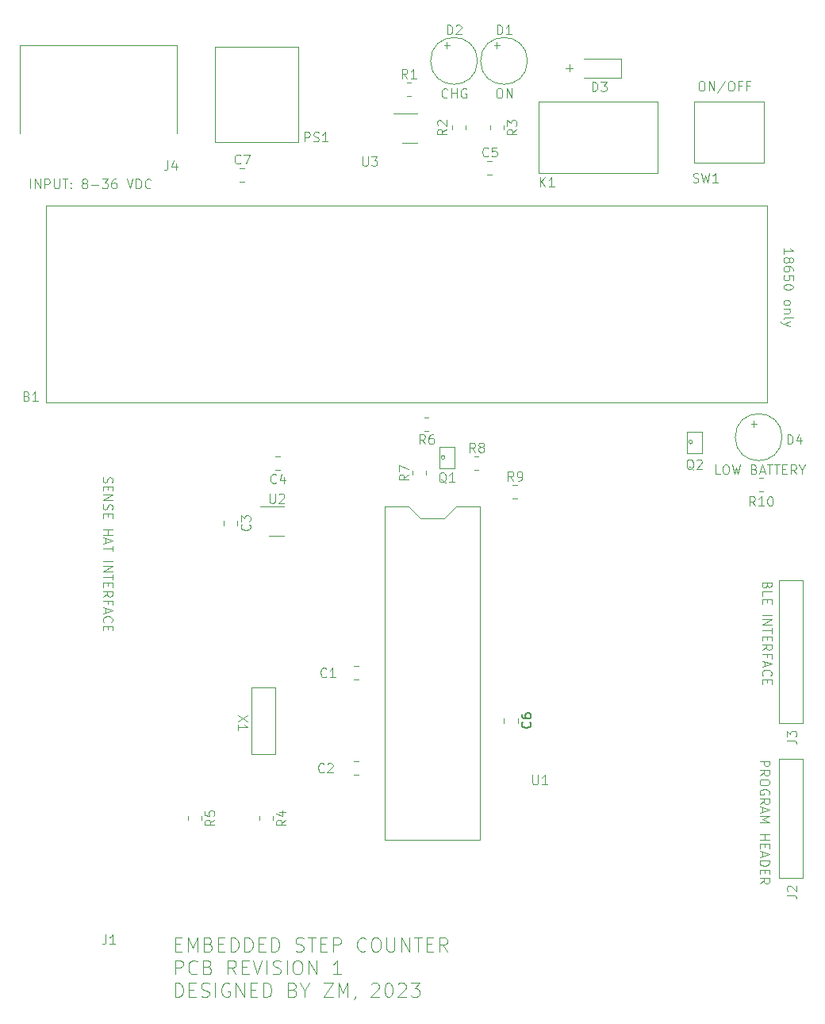
<source format=gto>
%TF.GenerationSoftware,KiCad,Pcbnew,7.0.2-0*%
%TF.CreationDate,2023-08-30T19:58:31-04:00*%
%TF.ProjectId,Pedometer_Prototype_1,5065646f-6d65-4746-9572-5f50726f746f,rev?*%
%TF.SameCoordinates,Original*%
%TF.FileFunction,Legend,Top*%
%TF.FilePolarity,Positive*%
%FSLAX46Y46*%
G04 Gerber Fmt 4.6, Leading zero omitted, Abs format (unit mm)*
G04 Created by KiCad (PCBNEW 7.0.2-0) date 2023-08-30 19:58:31*
%MOMM*%
%LPD*%
G01*
G04 APERTURE LIST*
%ADD10C,0.100000*%
%ADD11C,0.150000*%
%ADD12C,0.120000*%
G04 APERTURE END LIST*
D10*
X116395523Y-17885333D02*
X115786000Y-17885333D01*
X116090761Y-18190095D02*
X116090761Y-17580571D01*
X111061523Y-17885333D02*
X110452000Y-17885333D01*
X110756761Y-18190095D02*
X110756761Y-17580571D01*
X143827523Y-58271333D02*
X143218000Y-58271333D01*
X143522761Y-58576095D02*
X143522761Y-57966571D01*
X110791523Y-23404380D02*
X110743904Y-23452000D01*
X110743904Y-23452000D02*
X110601047Y-23499619D01*
X110601047Y-23499619D02*
X110505809Y-23499619D01*
X110505809Y-23499619D02*
X110362952Y-23452000D01*
X110362952Y-23452000D02*
X110267714Y-23356761D01*
X110267714Y-23356761D02*
X110220095Y-23261523D01*
X110220095Y-23261523D02*
X110172476Y-23071047D01*
X110172476Y-23071047D02*
X110172476Y-22928190D01*
X110172476Y-22928190D02*
X110220095Y-22737714D01*
X110220095Y-22737714D02*
X110267714Y-22642476D01*
X110267714Y-22642476D02*
X110362952Y-22547238D01*
X110362952Y-22547238D02*
X110505809Y-22499619D01*
X110505809Y-22499619D02*
X110601047Y-22499619D01*
X110601047Y-22499619D02*
X110743904Y-22547238D01*
X110743904Y-22547238D02*
X110791523Y-22594857D01*
X111220095Y-23499619D02*
X111220095Y-22499619D01*
X111220095Y-22975809D02*
X111791523Y-22975809D01*
X111791523Y-23499619D02*
X111791523Y-22499619D01*
X112791523Y-22547238D02*
X112696285Y-22499619D01*
X112696285Y-22499619D02*
X112553428Y-22499619D01*
X112553428Y-22499619D02*
X112410571Y-22547238D01*
X112410571Y-22547238D02*
X112315333Y-22642476D01*
X112315333Y-22642476D02*
X112267714Y-22737714D01*
X112267714Y-22737714D02*
X112220095Y-22928190D01*
X112220095Y-22928190D02*
X112220095Y-23071047D01*
X112220095Y-23071047D02*
X112267714Y-23261523D01*
X112267714Y-23261523D02*
X112315333Y-23356761D01*
X112315333Y-23356761D02*
X112410571Y-23452000D01*
X112410571Y-23452000D02*
X112553428Y-23499619D01*
X112553428Y-23499619D02*
X112648666Y-23499619D01*
X112648666Y-23499619D02*
X112791523Y-23452000D01*
X112791523Y-23452000D02*
X112839142Y-23404380D01*
X112839142Y-23404380D02*
X112839142Y-23071047D01*
X112839142Y-23071047D02*
X112648666Y-23071047D01*
X139906285Y-63631619D02*
X139430095Y-63631619D01*
X139430095Y-63631619D02*
X139430095Y-62631619D01*
X140430095Y-62631619D02*
X140620571Y-62631619D01*
X140620571Y-62631619D02*
X140715809Y-62679238D01*
X140715809Y-62679238D02*
X140811047Y-62774476D01*
X140811047Y-62774476D02*
X140858666Y-62964952D01*
X140858666Y-62964952D02*
X140858666Y-63298285D01*
X140858666Y-63298285D02*
X140811047Y-63488761D01*
X140811047Y-63488761D02*
X140715809Y-63584000D01*
X140715809Y-63584000D02*
X140620571Y-63631619D01*
X140620571Y-63631619D02*
X140430095Y-63631619D01*
X140430095Y-63631619D02*
X140334857Y-63584000D01*
X140334857Y-63584000D02*
X140239619Y-63488761D01*
X140239619Y-63488761D02*
X140192000Y-63298285D01*
X140192000Y-63298285D02*
X140192000Y-62964952D01*
X140192000Y-62964952D02*
X140239619Y-62774476D01*
X140239619Y-62774476D02*
X140334857Y-62679238D01*
X140334857Y-62679238D02*
X140430095Y-62631619D01*
X141192000Y-62631619D02*
X141430095Y-63631619D01*
X141430095Y-63631619D02*
X141620571Y-62917333D01*
X141620571Y-62917333D02*
X141811047Y-63631619D01*
X141811047Y-63631619D02*
X142049143Y-62631619D01*
X143525333Y-63107809D02*
X143668190Y-63155428D01*
X143668190Y-63155428D02*
X143715809Y-63203047D01*
X143715809Y-63203047D02*
X143763428Y-63298285D01*
X143763428Y-63298285D02*
X143763428Y-63441142D01*
X143763428Y-63441142D02*
X143715809Y-63536380D01*
X143715809Y-63536380D02*
X143668190Y-63584000D01*
X143668190Y-63584000D02*
X143572952Y-63631619D01*
X143572952Y-63631619D02*
X143192000Y-63631619D01*
X143192000Y-63631619D02*
X143192000Y-62631619D01*
X143192000Y-62631619D02*
X143525333Y-62631619D01*
X143525333Y-62631619D02*
X143620571Y-62679238D01*
X143620571Y-62679238D02*
X143668190Y-62726857D01*
X143668190Y-62726857D02*
X143715809Y-62822095D01*
X143715809Y-62822095D02*
X143715809Y-62917333D01*
X143715809Y-62917333D02*
X143668190Y-63012571D01*
X143668190Y-63012571D02*
X143620571Y-63060190D01*
X143620571Y-63060190D02*
X143525333Y-63107809D01*
X143525333Y-63107809D02*
X143192000Y-63107809D01*
X144144381Y-63345904D02*
X144620571Y-63345904D01*
X144049143Y-63631619D02*
X144382476Y-62631619D01*
X144382476Y-62631619D02*
X144715809Y-63631619D01*
X144906286Y-62631619D02*
X145477714Y-62631619D01*
X145192000Y-63631619D02*
X145192000Y-62631619D01*
X145668191Y-62631619D02*
X146239619Y-62631619D01*
X145953905Y-63631619D02*
X145953905Y-62631619D01*
X146572953Y-63107809D02*
X146906286Y-63107809D01*
X147049143Y-63631619D02*
X146572953Y-63631619D01*
X146572953Y-63631619D02*
X146572953Y-62631619D01*
X146572953Y-62631619D02*
X147049143Y-62631619D01*
X148049143Y-63631619D02*
X147715810Y-63155428D01*
X147477715Y-63631619D02*
X147477715Y-62631619D01*
X147477715Y-62631619D02*
X147858667Y-62631619D01*
X147858667Y-62631619D02*
X147953905Y-62679238D01*
X147953905Y-62679238D02*
X148001524Y-62726857D01*
X148001524Y-62726857D02*
X148049143Y-62822095D01*
X148049143Y-62822095D02*
X148049143Y-62964952D01*
X148049143Y-62964952D02*
X148001524Y-63060190D01*
X148001524Y-63060190D02*
X147953905Y-63107809D01*
X147953905Y-63107809D02*
X147858667Y-63155428D01*
X147858667Y-63155428D02*
X147477715Y-63155428D01*
X148668191Y-63155428D02*
X148668191Y-63631619D01*
X148334858Y-62631619D02*
X148668191Y-63155428D01*
X148668191Y-63155428D02*
X149001524Y-62631619D01*
X137842571Y-21737619D02*
X138033047Y-21737619D01*
X138033047Y-21737619D02*
X138128285Y-21785238D01*
X138128285Y-21785238D02*
X138223523Y-21880476D01*
X138223523Y-21880476D02*
X138271142Y-22070952D01*
X138271142Y-22070952D02*
X138271142Y-22404285D01*
X138271142Y-22404285D02*
X138223523Y-22594761D01*
X138223523Y-22594761D02*
X138128285Y-22690000D01*
X138128285Y-22690000D02*
X138033047Y-22737619D01*
X138033047Y-22737619D02*
X137842571Y-22737619D01*
X137842571Y-22737619D02*
X137747333Y-22690000D01*
X137747333Y-22690000D02*
X137652095Y-22594761D01*
X137652095Y-22594761D02*
X137604476Y-22404285D01*
X137604476Y-22404285D02*
X137604476Y-22070952D01*
X137604476Y-22070952D02*
X137652095Y-21880476D01*
X137652095Y-21880476D02*
X137747333Y-21785238D01*
X137747333Y-21785238D02*
X137842571Y-21737619D01*
X138699714Y-22737619D02*
X138699714Y-21737619D01*
X138699714Y-21737619D02*
X139271142Y-22737619D01*
X139271142Y-22737619D02*
X139271142Y-21737619D01*
X140461618Y-21690000D02*
X139604476Y-22975714D01*
X140985428Y-21737619D02*
X141175904Y-21737619D01*
X141175904Y-21737619D02*
X141271142Y-21785238D01*
X141271142Y-21785238D02*
X141366380Y-21880476D01*
X141366380Y-21880476D02*
X141413999Y-22070952D01*
X141413999Y-22070952D02*
X141413999Y-22404285D01*
X141413999Y-22404285D02*
X141366380Y-22594761D01*
X141366380Y-22594761D02*
X141271142Y-22690000D01*
X141271142Y-22690000D02*
X141175904Y-22737619D01*
X141175904Y-22737619D02*
X140985428Y-22737619D01*
X140985428Y-22737619D02*
X140890190Y-22690000D01*
X140890190Y-22690000D02*
X140794952Y-22594761D01*
X140794952Y-22594761D02*
X140747333Y-22404285D01*
X140747333Y-22404285D02*
X140747333Y-22070952D01*
X140747333Y-22070952D02*
X140794952Y-21880476D01*
X140794952Y-21880476D02*
X140890190Y-21785238D01*
X140890190Y-21785238D02*
X140985428Y-21737619D01*
X142175904Y-22213809D02*
X141842571Y-22213809D01*
X141842571Y-22737619D02*
X141842571Y-21737619D01*
X141842571Y-21737619D02*
X142318761Y-21737619D01*
X143033047Y-22213809D02*
X142699714Y-22213809D01*
X142699714Y-22737619D02*
X142699714Y-21737619D01*
X142699714Y-21737619D02*
X143175904Y-21737619D01*
X116252571Y-22499619D02*
X116443047Y-22499619D01*
X116443047Y-22499619D02*
X116538285Y-22547238D01*
X116538285Y-22547238D02*
X116633523Y-22642476D01*
X116633523Y-22642476D02*
X116681142Y-22832952D01*
X116681142Y-22832952D02*
X116681142Y-23166285D01*
X116681142Y-23166285D02*
X116633523Y-23356761D01*
X116633523Y-23356761D02*
X116538285Y-23452000D01*
X116538285Y-23452000D02*
X116443047Y-23499619D01*
X116443047Y-23499619D02*
X116252571Y-23499619D01*
X116252571Y-23499619D02*
X116157333Y-23452000D01*
X116157333Y-23452000D02*
X116062095Y-23356761D01*
X116062095Y-23356761D02*
X116014476Y-23166285D01*
X116014476Y-23166285D02*
X116014476Y-22832952D01*
X116014476Y-22832952D02*
X116062095Y-22642476D01*
X116062095Y-22642476D02*
X116157333Y-22547238D01*
X116157333Y-22547238D02*
X116252571Y-22499619D01*
X117109714Y-23499619D02*
X117109714Y-22499619D01*
X117109714Y-22499619D02*
X117681142Y-23499619D01*
X117681142Y-23499619D02*
X117681142Y-22499619D01*
X144918190Y-75501428D02*
X144870571Y-75644285D01*
X144870571Y-75644285D02*
X144822952Y-75691904D01*
X144822952Y-75691904D02*
X144727714Y-75739523D01*
X144727714Y-75739523D02*
X144584857Y-75739523D01*
X144584857Y-75739523D02*
X144489619Y-75691904D01*
X144489619Y-75691904D02*
X144442000Y-75644285D01*
X144442000Y-75644285D02*
X144394380Y-75549047D01*
X144394380Y-75549047D02*
X144394380Y-75168095D01*
X144394380Y-75168095D02*
X145394380Y-75168095D01*
X145394380Y-75168095D02*
X145394380Y-75501428D01*
X145394380Y-75501428D02*
X145346761Y-75596666D01*
X145346761Y-75596666D02*
X145299142Y-75644285D01*
X145299142Y-75644285D02*
X145203904Y-75691904D01*
X145203904Y-75691904D02*
X145108666Y-75691904D01*
X145108666Y-75691904D02*
X145013428Y-75644285D01*
X145013428Y-75644285D02*
X144965809Y-75596666D01*
X144965809Y-75596666D02*
X144918190Y-75501428D01*
X144918190Y-75501428D02*
X144918190Y-75168095D01*
X144394380Y-76644285D02*
X144394380Y-76168095D01*
X144394380Y-76168095D02*
X145394380Y-76168095D01*
X144918190Y-76977619D02*
X144918190Y-77310952D01*
X144394380Y-77453809D02*
X144394380Y-76977619D01*
X144394380Y-76977619D02*
X145394380Y-76977619D01*
X145394380Y-76977619D02*
X145394380Y-77453809D01*
X144394380Y-78644286D02*
X145394380Y-78644286D01*
X144394380Y-79120476D02*
X145394380Y-79120476D01*
X145394380Y-79120476D02*
X144394380Y-79691904D01*
X144394380Y-79691904D02*
X145394380Y-79691904D01*
X145394380Y-80025238D02*
X145394380Y-80596666D01*
X144394380Y-80310952D02*
X145394380Y-80310952D01*
X144918190Y-80930000D02*
X144918190Y-81263333D01*
X144394380Y-81406190D02*
X144394380Y-80930000D01*
X144394380Y-80930000D02*
X145394380Y-80930000D01*
X145394380Y-80930000D02*
X145394380Y-81406190D01*
X144394380Y-82406190D02*
X144870571Y-82072857D01*
X144394380Y-81834762D02*
X145394380Y-81834762D01*
X145394380Y-81834762D02*
X145394380Y-82215714D01*
X145394380Y-82215714D02*
X145346761Y-82310952D01*
X145346761Y-82310952D02*
X145299142Y-82358571D01*
X145299142Y-82358571D02*
X145203904Y-82406190D01*
X145203904Y-82406190D02*
X145061047Y-82406190D01*
X145061047Y-82406190D02*
X144965809Y-82358571D01*
X144965809Y-82358571D02*
X144918190Y-82310952D01*
X144918190Y-82310952D02*
X144870571Y-82215714D01*
X144870571Y-82215714D02*
X144870571Y-81834762D01*
X144918190Y-83168095D02*
X144918190Y-82834762D01*
X144394380Y-82834762D02*
X145394380Y-82834762D01*
X145394380Y-82834762D02*
X145394380Y-83310952D01*
X144680095Y-83644286D02*
X144680095Y-84120476D01*
X144394380Y-83549048D02*
X145394380Y-83882381D01*
X145394380Y-83882381D02*
X144394380Y-84215714D01*
X144489619Y-85120476D02*
X144442000Y-85072857D01*
X144442000Y-85072857D02*
X144394380Y-84930000D01*
X144394380Y-84930000D02*
X144394380Y-84834762D01*
X144394380Y-84834762D02*
X144442000Y-84691905D01*
X144442000Y-84691905D02*
X144537238Y-84596667D01*
X144537238Y-84596667D02*
X144632476Y-84549048D01*
X144632476Y-84549048D02*
X144822952Y-84501429D01*
X144822952Y-84501429D02*
X144965809Y-84501429D01*
X144965809Y-84501429D02*
X145156285Y-84549048D01*
X145156285Y-84549048D02*
X145251523Y-84596667D01*
X145251523Y-84596667D02*
X145346761Y-84691905D01*
X145346761Y-84691905D02*
X145394380Y-84834762D01*
X145394380Y-84834762D02*
X145394380Y-84930000D01*
X145394380Y-84930000D02*
X145346761Y-85072857D01*
X145346761Y-85072857D02*
X145299142Y-85120476D01*
X144918190Y-85549048D02*
X144918190Y-85882381D01*
X144394380Y-86025238D02*
X144394380Y-85549048D01*
X144394380Y-85549048D02*
X145394380Y-85549048D01*
X145394380Y-85549048D02*
X145394380Y-86025238D01*
X144140380Y-94218095D02*
X145140380Y-94218095D01*
X145140380Y-94218095D02*
X145140380Y-94599047D01*
X145140380Y-94599047D02*
X145092761Y-94694285D01*
X145092761Y-94694285D02*
X145045142Y-94741904D01*
X145045142Y-94741904D02*
X144949904Y-94789523D01*
X144949904Y-94789523D02*
X144807047Y-94789523D01*
X144807047Y-94789523D02*
X144711809Y-94741904D01*
X144711809Y-94741904D02*
X144664190Y-94694285D01*
X144664190Y-94694285D02*
X144616571Y-94599047D01*
X144616571Y-94599047D02*
X144616571Y-94218095D01*
X144140380Y-95789523D02*
X144616571Y-95456190D01*
X144140380Y-95218095D02*
X145140380Y-95218095D01*
X145140380Y-95218095D02*
X145140380Y-95599047D01*
X145140380Y-95599047D02*
X145092761Y-95694285D01*
X145092761Y-95694285D02*
X145045142Y-95741904D01*
X145045142Y-95741904D02*
X144949904Y-95789523D01*
X144949904Y-95789523D02*
X144807047Y-95789523D01*
X144807047Y-95789523D02*
X144711809Y-95741904D01*
X144711809Y-95741904D02*
X144664190Y-95694285D01*
X144664190Y-95694285D02*
X144616571Y-95599047D01*
X144616571Y-95599047D02*
X144616571Y-95218095D01*
X145140380Y-96408571D02*
X145140380Y-96599047D01*
X145140380Y-96599047D02*
X145092761Y-96694285D01*
X145092761Y-96694285D02*
X144997523Y-96789523D01*
X144997523Y-96789523D02*
X144807047Y-96837142D01*
X144807047Y-96837142D02*
X144473714Y-96837142D01*
X144473714Y-96837142D02*
X144283238Y-96789523D01*
X144283238Y-96789523D02*
X144188000Y-96694285D01*
X144188000Y-96694285D02*
X144140380Y-96599047D01*
X144140380Y-96599047D02*
X144140380Y-96408571D01*
X144140380Y-96408571D02*
X144188000Y-96313333D01*
X144188000Y-96313333D02*
X144283238Y-96218095D01*
X144283238Y-96218095D02*
X144473714Y-96170476D01*
X144473714Y-96170476D02*
X144807047Y-96170476D01*
X144807047Y-96170476D02*
X144997523Y-96218095D01*
X144997523Y-96218095D02*
X145092761Y-96313333D01*
X145092761Y-96313333D02*
X145140380Y-96408571D01*
X145092761Y-97789523D02*
X145140380Y-97694285D01*
X145140380Y-97694285D02*
X145140380Y-97551428D01*
X145140380Y-97551428D02*
X145092761Y-97408571D01*
X145092761Y-97408571D02*
X144997523Y-97313333D01*
X144997523Y-97313333D02*
X144902285Y-97265714D01*
X144902285Y-97265714D02*
X144711809Y-97218095D01*
X144711809Y-97218095D02*
X144568952Y-97218095D01*
X144568952Y-97218095D02*
X144378476Y-97265714D01*
X144378476Y-97265714D02*
X144283238Y-97313333D01*
X144283238Y-97313333D02*
X144188000Y-97408571D01*
X144188000Y-97408571D02*
X144140380Y-97551428D01*
X144140380Y-97551428D02*
X144140380Y-97646666D01*
X144140380Y-97646666D02*
X144188000Y-97789523D01*
X144188000Y-97789523D02*
X144235619Y-97837142D01*
X144235619Y-97837142D02*
X144568952Y-97837142D01*
X144568952Y-97837142D02*
X144568952Y-97646666D01*
X144140380Y-98837142D02*
X144616571Y-98503809D01*
X144140380Y-98265714D02*
X145140380Y-98265714D01*
X145140380Y-98265714D02*
X145140380Y-98646666D01*
X145140380Y-98646666D02*
X145092761Y-98741904D01*
X145092761Y-98741904D02*
X145045142Y-98789523D01*
X145045142Y-98789523D02*
X144949904Y-98837142D01*
X144949904Y-98837142D02*
X144807047Y-98837142D01*
X144807047Y-98837142D02*
X144711809Y-98789523D01*
X144711809Y-98789523D02*
X144664190Y-98741904D01*
X144664190Y-98741904D02*
X144616571Y-98646666D01*
X144616571Y-98646666D02*
X144616571Y-98265714D01*
X144426095Y-99218095D02*
X144426095Y-99694285D01*
X144140380Y-99122857D02*
X145140380Y-99456190D01*
X145140380Y-99456190D02*
X144140380Y-99789523D01*
X144140380Y-100122857D02*
X145140380Y-100122857D01*
X145140380Y-100122857D02*
X144426095Y-100456190D01*
X144426095Y-100456190D02*
X145140380Y-100789523D01*
X145140380Y-100789523D02*
X144140380Y-100789523D01*
X144140380Y-102027619D02*
X145140380Y-102027619D01*
X144664190Y-102027619D02*
X144664190Y-102599047D01*
X144140380Y-102599047D02*
X145140380Y-102599047D01*
X144664190Y-103075238D02*
X144664190Y-103408571D01*
X144140380Y-103551428D02*
X144140380Y-103075238D01*
X144140380Y-103075238D02*
X145140380Y-103075238D01*
X145140380Y-103075238D02*
X145140380Y-103551428D01*
X144426095Y-103932381D02*
X144426095Y-104408571D01*
X144140380Y-103837143D02*
X145140380Y-104170476D01*
X145140380Y-104170476D02*
X144140380Y-104503809D01*
X144140380Y-104837143D02*
X145140380Y-104837143D01*
X145140380Y-104837143D02*
X145140380Y-105075238D01*
X145140380Y-105075238D02*
X145092761Y-105218095D01*
X145092761Y-105218095D02*
X144997523Y-105313333D01*
X144997523Y-105313333D02*
X144902285Y-105360952D01*
X144902285Y-105360952D02*
X144711809Y-105408571D01*
X144711809Y-105408571D02*
X144568952Y-105408571D01*
X144568952Y-105408571D02*
X144378476Y-105360952D01*
X144378476Y-105360952D02*
X144283238Y-105313333D01*
X144283238Y-105313333D02*
X144188000Y-105218095D01*
X144188000Y-105218095D02*
X144140380Y-105075238D01*
X144140380Y-105075238D02*
X144140380Y-104837143D01*
X144664190Y-105837143D02*
X144664190Y-106170476D01*
X144140380Y-106313333D02*
X144140380Y-105837143D01*
X144140380Y-105837143D02*
X145140380Y-105837143D01*
X145140380Y-105837143D02*
X145140380Y-106313333D01*
X144140380Y-107313333D02*
X144616571Y-106980000D01*
X144140380Y-106741905D02*
X145140380Y-106741905D01*
X145140380Y-106741905D02*
X145140380Y-107122857D01*
X145140380Y-107122857D02*
X145092761Y-107218095D01*
X145092761Y-107218095D02*
X145045142Y-107265714D01*
X145045142Y-107265714D02*
X144949904Y-107313333D01*
X144949904Y-107313333D02*
X144807047Y-107313333D01*
X144807047Y-107313333D02*
X144711809Y-107265714D01*
X144711809Y-107265714D02*
X144664190Y-107218095D01*
X144664190Y-107218095D02*
X144616571Y-107122857D01*
X144616571Y-107122857D02*
X144616571Y-106741905D01*
X74084000Y-63944476D02*
X74036380Y-64087333D01*
X74036380Y-64087333D02*
X74036380Y-64325428D01*
X74036380Y-64325428D02*
X74084000Y-64420666D01*
X74084000Y-64420666D02*
X74131619Y-64468285D01*
X74131619Y-64468285D02*
X74226857Y-64515904D01*
X74226857Y-64515904D02*
X74322095Y-64515904D01*
X74322095Y-64515904D02*
X74417333Y-64468285D01*
X74417333Y-64468285D02*
X74464952Y-64420666D01*
X74464952Y-64420666D02*
X74512571Y-64325428D01*
X74512571Y-64325428D02*
X74560190Y-64134952D01*
X74560190Y-64134952D02*
X74607809Y-64039714D01*
X74607809Y-64039714D02*
X74655428Y-63992095D01*
X74655428Y-63992095D02*
X74750666Y-63944476D01*
X74750666Y-63944476D02*
X74845904Y-63944476D01*
X74845904Y-63944476D02*
X74941142Y-63992095D01*
X74941142Y-63992095D02*
X74988761Y-64039714D01*
X74988761Y-64039714D02*
X75036380Y-64134952D01*
X75036380Y-64134952D02*
X75036380Y-64373047D01*
X75036380Y-64373047D02*
X74988761Y-64515904D01*
X74560190Y-64944476D02*
X74560190Y-65277809D01*
X74036380Y-65420666D02*
X74036380Y-64944476D01*
X74036380Y-64944476D02*
X75036380Y-64944476D01*
X75036380Y-64944476D02*
X75036380Y-65420666D01*
X74036380Y-65849238D02*
X75036380Y-65849238D01*
X75036380Y-65849238D02*
X74036380Y-66420666D01*
X74036380Y-66420666D02*
X75036380Y-66420666D01*
X74084000Y-66849238D02*
X74036380Y-66992095D01*
X74036380Y-66992095D02*
X74036380Y-67230190D01*
X74036380Y-67230190D02*
X74084000Y-67325428D01*
X74084000Y-67325428D02*
X74131619Y-67373047D01*
X74131619Y-67373047D02*
X74226857Y-67420666D01*
X74226857Y-67420666D02*
X74322095Y-67420666D01*
X74322095Y-67420666D02*
X74417333Y-67373047D01*
X74417333Y-67373047D02*
X74464952Y-67325428D01*
X74464952Y-67325428D02*
X74512571Y-67230190D01*
X74512571Y-67230190D02*
X74560190Y-67039714D01*
X74560190Y-67039714D02*
X74607809Y-66944476D01*
X74607809Y-66944476D02*
X74655428Y-66896857D01*
X74655428Y-66896857D02*
X74750666Y-66849238D01*
X74750666Y-66849238D02*
X74845904Y-66849238D01*
X74845904Y-66849238D02*
X74941142Y-66896857D01*
X74941142Y-66896857D02*
X74988761Y-66944476D01*
X74988761Y-66944476D02*
X75036380Y-67039714D01*
X75036380Y-67039714D02*
X75036380Y-67277809D01*
X75036380Y-67277809D02*
X74988761Y-67420666D01*
X74560190Y-67849238D02*
X74560190Y-68182571D01*
X74036380Y-68325428D02*
X74036380Y-67849238D01*
X74036380Y-67849238D02*
X75036380Y-67849238D01*
X75036380Y-67849238D02*
X75036380Y-68325428D01*
X74036380Y-69515905D02*
X75036380Y-69515905D01*
X74560190Y-69515905D02*
X74560190Y-70087333D01*
X74036380Y-70087333D02*
X75036380Y-70087333D01*
X74322095Y-70515905D02*
X74322095Y-70992095D01*
X74036380Y-70420667D02*
X75036380Y-70754000D01*
X75036380Y-70754000D02*
X74036380Y-71087333D01*
X75036380Y-71277810D02*
X75036380Y-71849238D01*
X74036380Y-71563524D02*
X75036380Y-71563524D01*
X74036380Y-72944477D02*
X75036380Y-72944477D01*
X74036380Y-73420667D02*
X75036380Y-73420667D01*
X75036380Y-73420667D02*
X74036380Y-73992095D01*
X74036380Y-73992095D02*
X75036380Y-73992095D01*
X75036380Y-74325429D02*
X75036380Y-74896857D01*
X74036380Y-74611143D02*
X75036380Y-74611143D01*
X74560190Y-75230191D02*
X74560190Y-75563524D01*
X74036380Y-75706381D02*
X74036380Y-75230191D01*
X74036380Y-75230191D02*
X75036380Y-75230191D01*
X75036380Y-75230191D02*
X75036380Y-75706381D01*
X74036380Y-76706381D02*
X74512571Y-76373048D01*
X74036380Y-76134953D02*
X75036380Y-76134953D01*
X75036380Y-76134953D02*
X75036380Y-76515905D01*
X75036380Y-76515905D02*
X74988761Y-76611143D01*
X74988761Y-76611143D02*
X74941142Y-76658762D01*
X74941142Y-76658762D02*
X74845904Y-76706381D01*
X74845904Y-76706381D02*
X74703047Y-76706381D01*
X74703047Y-76706381D02*
X74607809Y-76658762D01*
X74607809Y-76658762D02*
X74560190Y-76611143D01*
X74560190Y-76611143D02*
X74512571Y-76515905D01*
X74512571Y-76515905D02*
X74512571Y-76134953D01*
X74560190Y-77468286D02*
X74560190Y-77134953D01*
X74036380Y-77134953D02*
X75036380Y-77134953D01*
X75036380Y-77134953D02*
X75036380Y-77611143D01*
X74322095Y-77944477D02*
X74322095Y-78420667D01*
X74036380Y-77849239D02*
X75036380Y-78182572D01*
X75036380Y-78182572D02*
X74036380Y-78515905D01*
X74131619Y-79420667D02*
X74084000Y-79373048D01*
X74084000Y-79373048D02*
X74036380Y-79230191D01*
X74036380Y-79230191D02*
X74036380Y-79134953D01*
X74036380Y-79134953D02*
X74084000Y-78992096D01*
X74084000Y-78992096D02*
X74179238Y-78896858D01*
X74179238Y-78896858D02*
X74274476Y-78849239D01*
X74274476Y-78849239D02*
X74464952Y-78801620D01*
X74464952Y-78801620D02*
X74607809Y-78801620D01*
X74607809Y-78801620D02*
X74798285Y-78849239D01*
X74798285Y-78849239D02*
X74893523Y-78896858D01*
X74893523Y-78896858D02*
X74988761Y-78992096D01*
X74988761Y-78992096D02*
X75036380Y-79134953D01*
X75036380Y-79134953D02*
X75036380Y-79230191D01*
X75036380Y-79230191D02*
X74988761Y-79373048D01*
X74988761Y-79373048D02*
X74941142Y-79420667D01*
X74560190Y-79849239D02*
X74560190Y-80182572D01*
X74036380Y-80325429D02*
X74036380Y-79849239D01*
X74036380Y-79849239D02*
X75036380Y-79849239D01*
X75036380Y-79849239D02*
X75036380Y-80325429D01*
X81737142Y-113770714D02*
X82237142Y-113770714D01*
X82451428Y-114556428D02*
X81737142Y-114556428D01*
X81737142Y-114556428D02*
X81737142Y-113056428D01*
X81737142Y-113056428D02*
X82451428Y-113056428D01*
X83094285Y-114556428D02*
X83094285Y-113056428D01*
X83094285Y-113056428D02*
X83594285Y-114127857D01*
X83594285Y-114127857D02*
X84094285Y-113056428D01*
X84094285Y-113056428D02*
X84094285Y-114556428D01*
X85308571Y-113770714D02*
X85522857Y-113842142D01*
X85522857Y-113842142D02*
X85594286Y-113913571D01*
X85594286Y-113913571D02*
X85665714Y-114056428D01*
X85665714Y-114056428D02*
X85665714Y-114270714D01*
X85665714Y-114270714D02*
X85594286Y-114413571D01*
X85594286Y-114413571D02*
X85522857Y-114485000D01*
X85522857Y-114485000D02*
X85380000Y-114556428D01*
X85380000Y-114556428D02*
X84808571Y-114556428D01*
X84808571Y-114556428D02*
X84808571Y-113056428D01*
X84808571Y-113056428D02*
X85308571Y-113056428D01*
X85308571Y-113056428D02*
X85451429Y-113127857D01*
X85451429Y-113127857D02*
X85522857Y-113199285D01*
X85522857Y-113199285D02*
X85594286Y-113342142D01*
X85594286Y-113342142D02*
X85594286Y-113485000D01*
X85594286Y-113485000D02*
X85522857Y-113627857D01*
X85522857Y-113627857D02*
X85451429Y-113699285D01*
X85451429Y-113699285D02*
X85308571Y-113770714D01*
X85308571Y-113770714D02*
X84808571Y-113770714D01*
X86308571Y-113770714D02*
X86808571Y-113770714D01*
X87022857Y-114556428D02*
X86308571Y-114556428D01*
X86308571Y-114556428D02*
X86308571Y-113056428D01*
X86308571Y-113056428D02*
X87022857Y-113056428D01*
X87665714Y-114556428D02*
X87665714Y-113056428D01*
X87665714Y-113056428D02*
X88022857Y-113056428D01*
X88022857Y-113056428D02*
X88237143Y-113127857D01*
X88237143Y-113127857D02*
X88380000Y-113270714D01*
X88380000Y-113270714D02*
X88451429Y-113413571D01*
X88451429Y-113413571D02*
X88522857Y-113699285D01*
X88522857Y-113699285D02*
X88522857Y-113913571D01*
X88522857Y-113913571D02*
X88451429Y-114199285D01*
X88451429Y-114199285D02*
X88380000Y-114342142D01*
X88380000Y-114342142D02*
X88237143Y-114485000D01*
X88237143Y-114485000D02*
X88022857Y-114556428D01*
X88022857Y-114556428D02*
X87665714Y-114556428D01*
X89165714Y-114556428D02*
X89165714Y-113056428D01*
X89165714Y-113056428D02*
X89522857Y-113056428D01*
X89522857Y-113056428D02*
X89737143Y-113127857D01*
X89737143Y-113127857D02*
X89880000Y-113270714D01*
X89880000Y-113270714D02*
X89951429Y-113413571D01*
X89951429Y-113413571D02*
X90022857Y-113699285D01*
X90022857Y-113699285D02*
X90022857Y-113913571D01*
X90022857Y-113913571D02*
X89951429Y-114199285D01*
X89951429Y-114199285D02*
X89880000Y-114342142D01*
X89880000Y-114342142D02*
X89737143Y-114485000D01*
X89737143Y-114485000D02*
X89522857Y-114556428D01*
X89522857Y-114556428D02*
X89165714Y-114556428D01*
X90665714Y-113770714D02*
X91165714Y-113770714D01*
X91380000Y-114556428D02*
X90665714Y-114556428D01*
X90665714Y-114556428D02*
X90665714Y-113056428D01*
X90665714Y-113056428D02*
X91380000Y-113056428D01*
X92022857Y-114556428D02*
X92022857Y-113056428D01*
X92022857Y-113056428D02*
X92380000Y-113056428D01*
X92380000Y-113056428D02*
X92594286Y-113127857D01*
X92594286Y-113127857D02*
X92737143Y-113270714D01*
X92737143Y-113270714D02*
X92808572Y-113413571D01*
X92808572Y-113413571D02*
X92880000Y-113699285D01*
X92880000Y-113699285D02*
X92880000Y-113913571D01*
X92880000Y-113913571D02*
X92808572Y-114199285D01*
X92808572Y-114199285D02*
X92737143Y-114342142D01*
X92737143Y-114342142D02*
X92594286Y-114485000D01*
X92594286Y-114485000D02*
X92380000Y-114556428D01*
X92380000Y-114556428D02*
X92022857Y-114556428D01*
X94594286Y-114485000D02*
X94808572Y-114556428D01*
X94808572Y-114556428D02*
X95165714Y-114556428D01*
X95165714Y-114556428D02*
X95308572Y-114485000D01*
X95308572Y-114485000D02*
X95380000Y-114413571D01*
X95380000Y-114413571D02*
X95451429Y-114270714D01*
X95451429Y-114270714D02*
X95451429Y-114127857D01*
X95451429Y-114127857D02*
X95380000Y-113985000D01*
X95380000Y-113985000D02*
X95308572Y-113913571D01*
X95308572Y-113913571D02*
X95165714Y-113842142D01*
X95165714Y-113842142D02*
X94880000Y-113770714D01*
X94880000Y-113770714D02*
X94737143Y-113699285D01*
X94737143Y-113699285D02*
X94665714Y-113627857D01*
X94665714Y-113627857D02*
X94594286Y-113485000D01*
X94594286Y-113485000D02*
X94594286Y-113342142D01*
X94594286Y-113342142D02*
X94665714Y-113199285D01*
X94665714Y-113199285D02*
X94737143Y-113127857D01*
X94737143Y-113127857D02*
X94880000Y-113056428D01*
X94880000Y-113056428D02*
X95237143Y-113056428D01*
X95237143Y-113056428D02*
X95451429Y-113127857D01*
X95880000Y-113056428D02*
X96737143Y-113056428D01*
X96308571Y-114556428D02*
X96308571Y-113056428D01*
X97237142Y-113770714D02*
X97737142Y-113770714D01*
X97951428Y-114556428D02*
X97237142Y-114556428D01*
X97237142Y-114556428D02*
X97237142Y-113056428D01*
X97237142Y-113056428D02*
X97951428Y-113056428D01*
X98594285Y-114556428D02*
X98594285Y-113056428D01*
X98594285Y-113056428D02*
X99165714Y-113056428D01*
X99165714Y-113056428D02*
X99308571Y-113127857D01*
X99308571Y-113127857D02*
X99380000Y-113199285D01*
X99380000Y-113199285D02*
X99451428Y-113342142D01*
X99451428Y-113342142D02*
X99451428Y-113556428D01*
X99451428Y-113556428D02*
X99380000Y-113699285D01*
X99380000Y-113699285D02*
X99308571Y-113770714D01*
X99308571Y-113770714D02*
X99165714Y-113842142D01*
X99165714Y-113842142D02*
X98594285Y-113842142D01*
X102094285Y-114413571D02*
X102022857Y-114485000D01*
X102022857Y-114485000D02*
X101808571Y-114556428D01*
X101808571Y-114556428D02*
X101665714Y-114556428D01*
X101665714Y-114556428D02*
X101451428Y-114485000D01*
X101451428Y-114485000D02*
X101308571Y-114342142D01*
X101308571Y-114342142D02*
X101237142Y-114199285D01*
X101237142Y-114199285D02*
X101165714Y-113913571D01*
X101165714Y-113913571D02*
X101165714Y-113699285D01*
X101165714Y-113699285D02*
X101237142Y-113413571D01*
X101237142Y-113413571D02*
X101308571Y-113270714D01*
X101308571Y-113270714D02*
X101451428Y-113127857D01*
X101451428Y-113127857D02*
X101665714Y-113056428D01*
X101665714Y-113056428D02*
X101808571Y-113056428D01*
X101808571Y-113056428D02*
X102022857Y-113127857D01*
X102022857Y-113127857D02*
X102094285Y-113199285D01*
X103022857Y-113056428D02*
X103308571Y-113056428D01*
X103308571Y-113056428D02*
X103451428Y-113127857D01*
X103451428Y-113127857D02*
X103594285Y-113270714D01*
X103594285Y-113270714D02*
X103665714Y-113556428D01*
X103665714Y-113556428D02*
X103665714Y-114056428D01*
X103665714Y-114056428D02*
X103594285Y-114342142D01*
X103594285Y-114342142D02*
X103451428Y-114485000D01*
X103451428Y-114485000D02*
X103308571Y-114556428D01*
X103308571Y-114556428D02*
X103022857Y-114556428D01*
X103022857Y-114556428D02*
X102880000Y-114485000D01*
X102880000Y-114485000D02*
X102737142Y-114342142D01*
X102737142Y-114342142D02*
X102665714Y-114056428D01*
X102665714Y-114056428D02*
X102665714Y-113556428D01*
X102665714Y-113556428D02*
X102737142Y-113270714D01*
X102737142Y-113270714D02*
X102880000Y-113127857D01*
X102880000Y-113127857D02*
X103022857Y-113056428D01*
X104308571Y-113056428D02*
X104308571Y-114270714D01*
X104308571Y-114270714D02*
X104380000Y-114413571D01*
X104380000Y-114413571D02*
X104451429Y-114485000D01*
X104451429Y-114485000D02*
X104594286Y-114556428D01*
X104594286Y-114556428D02*
X104880000Y-114556428D01*
X104880000Y-114556428D02*
X105022857Y-114485000D01*
X105022857Y-114485000D02*
X105094286Y-114413571D01*
X105094286Y-114413571D02*
X105165714Y-114270714D01*
X105165714Y-114270714D02*
X105165714Y-113056428D01*
X105880000Y-114556428D02*
X105880000Y-113056428D01*
X105880000Y-113056428D02*
X106737143Y-114556428D01*
X106737143Y-114556428D02*
X106737143Y-113056428D01*
X107237144Y-113056428D02*
X108094287Y-113056428D01*
X107665715Y-114556428D02*
X107665715Y-113056428D01*
X108594286Y-113770714D02*
X109094286Y-113770714D01*
X109308572Y-114556428D02*
X108594286Y-114556428D01*
X108594286Y-114556428D02*
X108594286Y-113056428D01*
X108594286Y-113056428D02*
X109308572Y-113056428D01*
X110808572Y-114556428D02*
X110308572Y-113842142D01*
X109951429Y-114556428D02*
X109951429Y-113056428D01*
X109951429Y-113056428D02*
X110522858Y-113056428D01*
X110522858Y-113056428D02*
X110665715Y-113127857D01*
X110665715Y-113127857D02*
X110737144Y-113199285D01*
X110737144Y-113199285D02*
X110808572Y-113342142D01*
X110808572Y-113342142D02*
X110808572Y-113556428D01*
X110808572Y-113556428D02*
X110737144Y-113699285D01*
X110737144Y-113699285D02*
X110665715Y-113770714D01*
X110665715Y-113770714D02*
X110522858Y-113842142D01*
X110522858Y-113842142D02*
X109951429Y-113842142D01*
X81737142Y-116986428D02*
X81737142Y-115486428D01*
X81737142Y-115486428D02*
X82308571Y-115486428D01*
X82308571Y-115486428D02*
X82451428Y-115557857D01*
X82451428Y-115557857D02*
X82522857Y-115629285D01*
X82522857Y-115629285D02*
X82594285Y-115772142D01*
X82594285Y-115772142D02*
X82594285Y-115986428D01*
X82594285Y-115986428D02*
X82522857Y-116129285D01*
X82522857Y-116129285D02*
X82451428Y-116200714D01*
X82451428Y-116200714D02*
X82308571Y-116272142D01*
X82308571Y-116272142D02*
X81737142Y-116272142D01*
X84094285Y-116843571D02*
X84022857Y-116915000D01*
X84022857Y-116915000D02*
X83808571Y-116986428D01*
X83808571Y-116986428D02*
X83665714Y-116986428D01*
X83665714Y-116986428D02*
X83451428Y-116915000D01*
X83451428Y-116915000D02*
X83308571Y-116772142D01*
X83308571Y-116772142D02*
X83237142Y-116629285D01*
X83237142Y-116629285D02*
X83165714Y-116343571D01*
X83165714Y-116343571D02*
X83165714Y-116129285D01*
X83165714Y-116129285D02*
X83237142Y-115843571D01*
X83237142Y-115843571D02*
X83308571Y-115700714D01*
X83308571Y-115700714D02*
X83451428Y-115557857D01*
X83451428Y-115557857D02*
X83665714Y-115486428D01*
X83665714Y-115486428D02*
X83808571Y-115486428D01*
X83808571Y-115486428D02*
X84022857Y-115557857D01*
X84022857Y-115557857D02*
X84094285Y-115629285D01*
X85237142Y-116200714D02*
X85451428Y-116272142D01*
X85451428Y-116272142D02*
X85522857Y-116343571D01*
X85522857Y-116343571D02*
X85594285Y-116486428D01*
X85594285Y-116486428D02*
X85594285Y-116700714D01*
X85594285Y-116700714D02*
X85522857Y-116843571D01*
X85522857Y-116843571D02*
X85451428Y-116915000D01*
X85451428Y-116915000D02*
X85308571Y-116986428D01*
X85308571Y-116986428D02*
X84737142Y-116986428D01*
X84737142Y-116986428D02*
X84737142Y-115486428D01*
X84737142Y-115486428D02*
X85237142Y-115486428D01*
X85237142Y-115486428D02*
X85380000Y-115557857D01*
X85380000Y-115557857D02*
X85451428Y-115629285D01*
X85451428Y-115629285D02*
X85522857Y-115772142D01*
X85522857Y-115772142D02*
X85522857Y-115915000D01*
X85522857Y-115915000D02*
X85451428Y-116057857D01*
X85451428Y-116057857D02*
X85380000Y-116129285D01*
X85380000Y-116129285D02*
X85237142Y-116200714D01*
X85237142Y-116200714D02*
X84737142Y-116200714D01*
X88237142Y-116986428D02*
X87737142Y-116272142D01*
X87379999Y-116986428D02*
X87379999Y-115486428D01*
X87379999Y-115486428D02*
X87951428Y-115486428D01*
X87951428Y-115486428D02*
X88094285Y-115557857D01*
X88094285Y-115557857D02*
X88165714Y-115629285D01*
X88165714Y-115629285D02*
X88237142Y-115772142D01*
X88237142Y-115772142D02*
X88237142Y-115986428D01*
X88237142Y-115986428D02*
X88165714Y-116129285D01*
X88165714Y-116129285D02*
X88094285Y-116200714D01*
X88094285Y-116200714D02*
X87951428Y-116272142D01*
X87951428Y-116272142D02*
X87379999Y-116272142D01*
X88879999Y-116200714D02*
X89379999Y-116200714D01*
X89594285Y-116986428D02*
X88879999Y-116986428D01*
X88879999Y-116986428D02*
X88879999Y-115486428D01*
X88879999Y-115486428D02*
X89594285Y-115486428D01*
X90022857Y-115486428D02*
X90522857Y-116986428D01*
X90522857Y-116986428D02*
X91022857Y-115486428D01*
X91522856Y-116986428D02*
X91522856Y-115486428D01*
X92165714Y-116915000D02*
X92380000Y-116986428D01*
X92380000Y-116986428D02*
X92737142Y-116986428D01*
X92737142Y-116986428D02*
X92880000Y-116915000D01*
X92880000Y-116915000D02*
X92951428Y-116843571D01*
X92951428Y-116843571D02*
X93022857Y-116700714D01*
X93022857Y-116700714D02*
X93022857Y-116557857D01*
X93022857Y-116557857D02*
X92951428Y-116415000D01*
X92951428Y-116415000D02*
X92880000Y-116343571D01*
X92880000Y-116343571D02*
X92737142Y-116272142D01*
X92737142Y-116272142D02*
X92451428Y-116200714D01*
X92451428Y-116200714D02*
X92308571Y-116129285D01*
X92308571Y-116129285D02*
X92237142Y-116057857D01*
X92237142Y-116057857D02*
X92165714Y-115915000D01*
X92165714Y-115915000D02*
X92165714Y-115772142D01*
X92165714Y-115772142D02*
X92237142Y-115629285D01*
X92237142Y-115629285D02*
X92308571Y-115557857D01*
X92308571Y-115557857D02*
X92451428Y-115486428D01*
X92451428Y-115486428D02*
X92808571Y-115486428D01*
X92808571Y-115486428D02*
X93022857Y-115557857D01*
X93665713Y-116986428D02*
X93665713Y-115486428D01*
X94665714Y-115486428D02*
X94951428Y-115486428D01*
X94951428Y-115486428D02*
X95094285Y-115557857D01*
X95094285Y-115557857D02*
X95237142Y-115700714D01*
X95237142Y-115700714D02*
X95308571Y-115986428D01*
X95308571Y-115986428D02*
X95308571Y-116486428D01*
X95308571Y-116486428D02*
X95237142Y-116772142D01*
X95237142Y-116772142D02*
X95094285Y-116915000D01*
X95094285Y-116915000D02*
X94951428Y-116986428D01*
X94951428Y-116986428D02*
X94665714Y-116986428D01*
X94665714Y-116986428D02*
X94522857Y-116915000D01*
X94522857Y-116915000D02*
X94379999Y-116772142D01*
X94379999Y-116772142D02*
X94308571Y-116486428D01*
X94308571Y-116486428D02*
X94308571Y-115986428D01*
X94308571Y-115986428D02*
X94379999Y-115700714D01*
X94379999Y-115700714D02*
X94522857Y-115557857D01*
X94522857Y-115557857D02*
X94665714Y-115486428D01*
X95951428Y-116986428D02*
X95951428Y-115486428D01*
X95951428Y-115486428D02*
X96808571Y-116986428D01*
X96808571Y-116986428D02*
X96808571Y-115486428D01*
X99451429Y-116986428D02*
X98594286Y-116986428D01*
X99022857Y-116986428D02*
X99022857Y-115486428D01*
X99022857Y-115486428D02*
X98880000Y-115700714D01*
X98880000Y-115700714D02*
X98737143Y-115843571D01*
X98737143Y-115843571D02*
X98594286Y-115915000D01*
X81737142Y-119416428D02*
X81737142Y-117916428D01*
X81737142Y-117916428D02*
X82094285Y-117916428D01*
X82094285Y-117916428D02*
X82308571Y-117987857D01*
X82308571Y-117987857D02*
X82451428Y-118130714D01*
X82451428Y-118130714D02*
X82522857Y-118273571D01*
X82522857Y-118273571D02*
X82594285Y-118559285D01*
X82594285Y-118559285D02*
X82594285Y-118773571D01*
X82594285Y-118773571D02*
X82522857Y-119059285D01*
X82522857Y-119059285D02*
X82451428Y-119202142D01*
X82451428Y-119202142D02*
X82308571Y-119345000D01*
X82308571Y-119345000D02*
X82094285Y-119416428D01*
X82094285Y-119416428D02*
X81737142Y-119416428D01*
X83237142Y-118630714D02*
X83737142Y-118630714D01*
X83951428Y-119416428D02*
X83237142Y-119416428D01*
X83237142Y-119416428D02*
X83237142Y-117916428D01*
X83237142Y-117916428D02*
X83951428Y-117916428D01*
X84522857Y-119345000D02*
X84737143Y-119416428D01*
X84737143Y-119416428D02*
X85094285Y-119416428D01*
X85094285Y-119416428D02*
X85237143Y-119345000D01*
X85237143Y-119345000D02*
X85308571Y-119273571D01*
X85308571Y-119273571D02*
X85380000Y-119130714D01*
X85380000Y-119130714D02*
X85380000Y-118987857D01*
X85380000Y-118987857D02*
X85308571Y-118845000D01*
X85308571Y-118845000D02*
X85237143Y-118773571D01*
X85237143Y-118773571D02*
X85094285Y-118702142D01*
X85094285Y-118702142D02*
X84808571Y-118630714D01*
X84808571Y-118630714D02*
X84665714Y-118559285D01*
X84665714Y-118559285D02*
X84594285Y-118487857D01*
X84594285Y-118487857D02*
X84522857Y-118345000D01*
X84522857Y-118345000D02*
X84522857Y-118202142D01*
X84522857Y-118202142D02*
X84594285Y-118059285D01*
X84594285Y-118059285D02*
X84665714Y-117987857D01*
X84665714Y-117987857D02*
X84808571Y-117916428D01*
X84808571Y-117916428D02*
X85165714Y-117916428D01*
X85165714Y-117916428D02*
X85380000Y-117987857D01*
X86022856Y-119416428D02*
X86022856Y-117916428D01*
X87522857Y-117987857D02*
X87380000Y-117916428D01*
X87380000Y-117916428D02*
X87165714Y-117916428D01*
X87165714Y-117916428D02*
X86951428Y-117987857D01*
X86951428Y-117987857D02*
X86808571Y-118130714D01*
X86808571Y-118130714D02*
X86737142Y-118273571D01*
X86737142Y-118273571D02*
X86665714Y-118559285D01*
X86665714Y-118559285D02*
X86665714Y-118773571D01*
X86665714Y-118773571D02*
X86737142Y-119059285D01*
X86737142Y-119059285D02*
X86808571Y-119202142D01*
X86808571Y-119202142D02*
X86951428Y-119345000D01*
X86951428Y-119345000D02*
X87165714Y-119416428D01*
X87165714Y-119416428D02*
X87308571Y-119416428D01*
X87308571Y-119416428D02*
X87522857Y-119345000D01*
X87522857Y-119345000D02*
X87594285Y-119273571D01*
X87594285Y-119273571D02*
X87594285Y-118773571D01*
X87594285Y-118773571D02*
X87308571Y-118773571D01*
X88237142Y-119416428D02*
X88237142Y-117916428D01*
X88237142Y-117916428D02*
X89094285Y-119416428D01*
X89094285Y-119416428D02*
X89094285Y-117916428D01*
X89808571Y-118630714D02*
X90308571Y-118630714D01*
X90522857Y-119416428D02*
X89808571Y-119416428D01*
X89808571Y-119416428D02*
X89808571Y-117916428D01*
X89808571Y-117916428D02*
X90522857Y-117916428D01*
X91165714Y-119416428D02*
X91165714Y-117916428D01*
X91165714Y-117916428D02*
X91522857Y-117916428D01*
X91522857Y-117916428D02*
X91737143Y-117987857D01*
X91737143Y-117987857D02*
X91880000Y-118130714D01*
X91880000Y-118130714D02*
X91951429Y-118273571D01*
X91951429Y-118273571D02*
X92022857Y-118559285D01*
X92022857Y-118559285D02*
X92022857Y-118773571D01*
X92022857Y-118773571D02*
X91951429Y-119059285D01*
X91951429Y-119059285D02*
X91880000Y-119202142D01*
X91880000Y-119202142D02*
X91737143Y-119345000D01*
X91737143Y-119345000D02*
X91522857Y-119416428D01*
X91522857Y-119416428D02*
X91165714Y-119416428D01*
X94308571Y-118630714D02*
X94522857Y-118702142D01*
X94522857Y-118702142D02*
X94594286Y-118773571D01*
X94594286Y-118773571D02*
X94665714Y-118916428D01*
X94665714Y-118916428D02*
X94665714Y-119130714D01*
X94665714Y-119130714D02*
X94594286Y-119273571D01*
X94594286Y-119273571D02*
X94522857Y-119345000D01*
X94522857Y-119345000D02*
X94380000Y-119416428D01*
X94380000Y-119416428D02*
X93808571Y-119416428D01*
X93808571Y-119416428D02*
X93808571Y-117916428D01*
X93808571Y-117916428D02*
X94308571Y-117916428D01*
X94308571Y-117916428D02*
X94451429Y-117987857D01*
X94451429Y-117987857D02*
X94522857Y-118059285D01*
X94522857Y-118059285D02*
X94594286Y-118202142D01*
X94594286Y-118202142D02*
X94594286Y-118345000D01*
X94594286Y-118345000D02*
X94522857Y-118487857D01*
X94522857Y-118487857D02*
X94451429Y-118559285D01*
X94451429Y-118559285D02*
X94308571Y-118630714D01*
X94308571Y-118630714D02*
X93808571Y-118630714D01*
X95594286Y-118702142D02*
X95594286Y-119416428D01*
X95094286Y-117916428D02*
X95594286Y-118702142D01*
X95594286Y-118702142D02*
X96094286Y-117916428D01*
X97594285Y-117916428D02*
X98594285Y-117916428D01*
X98594285Y-117916428D02*
X97594285Y-119416428D01*
X97594285Y-119416428D02*
X98594285Y-119416428D01*
X99165713Y-119416428D02*
X99165713Y-117916428D01*
X99165713Y-117916428D02*
X99665713Y-118987857D01*
X99665713Y-118987857D02*
X100165713Y-117916428D01*
X100165713Y-117916428D02*
X100165713Y-119416428D01*
X100951428Y-119345000D02*
X100951428Y-119416428D01*
X100951428Y-119416428D02*
X100879999Y-119559285D01*
X100879999Y-119559285D02*
X100808571Y-119630714D01*
X102665714Y-118059285D02*
X102737142Y-117987857D01*
X102737142Y-117987857D02*
X102880000Y-117916428D01*
X102880000Y-117916428D02*
X103237142Y-117916428D01*
X103237142Y-117916428D02*
X103380000Y-117987857D01*
X103380000Y-117987857D02*
X103451428Y-118059285D01*
X103451428Y-118059285D02*
X103522857Y-118202142D01*
X103522857Y-118202142D02*
X103522857Y-118345000D01*
X103522857Y-118345000D02*
X103451428Y-118559285D01*
X103451428Y-118559285D02*
X102594285Y-119416428D01*
X102594285Y-119416428D02*
X103522857Y-119416428D01*
X104451428Y-117916428D02*
X104594285Y-117916428D01*
X104594285Y-117916428D02*
X104737142Y-117987857D01*
X104737142Y-117987857D02*
X104808571Y-118059285D01*
X104808571Y-118059285D02*
X104879999Y-118202142D01*
X104879999Y-118202142D02*
X104951428Y-118487857D01*
X104951428Y-118487857D02*
X104951428Y-118845000D01*
X104951428Y-118845000D02*
X104879999Y-119130714D01*
X104879999Y-119130714D02*
X104808571Y-119273571D01*
X104808571Y-119273571D02*
X104737142Y-119345000D01*
X104737142Y-119345000D02*
X104594285Y-119416428D01*
X104594285Y-119416428D02*
X104451428Y-119416428D01*
X104451428Y-119416428D02*
X104308571Y-119345000D01*
X104308571Y-119345000D02*
X104237142Y-119273571D01*
X104237142Y-119273571D02*
X104165713Y-119130714D01*
X104165713Y-119130714D02*
X104094285Y-118845000D01*
X104094285Y-118845000D02*
X104094285Y-118487857D01*
X104094285Y-118487857D02*
X104165713Y-118202142D01*
X104165713Y-118202142D02*
X104237142Y-118059285D01*
X104237142Y-118059285D02*
X104308571Y-117987857D01*
X104308571Y-117987857D02*
X104451428Y-117916428D01*
X105522856Y-118059285D02*
X105594284Y-117987857D01*
X105594284Y-117987857D02*
X105737142Y-117916428D01*
X105737142Y-117916428D02*
X106094284Y-117916428D01*
X106094284Y-117916428D02*
X106237142Y-117987857D01*
X106237142Y-117987857D02*
X106308570Y-118059285D01*
X106308570Y-118059285D02*
X106379999Y-118202142D01*
X106379999Y-118202142D02*
X106379999Y-118345000D01*
X106379999Y-118345000D02*
X106308570Y-118559285D01*
X106308570Y-118559285D02*
X105451427Y-119416428D01*
X105451427Y-119416428D02*
X106379999Y-119416428D01*
X106879998Y-117916428D02*
X107808570Y-117916428D01*
X107808570Y-117916428D02*
X107308570Y-118487857D01*
X107308570Y-118487857D02*
X107522855Y-118487857D01*
X107522855Y-118487857D02*
X107665713Y-118559285D01*
X107665713Y-118559285D02*
X107737141Y-118630714D01*
X107737141Y-118630714D02*
X107808570Y-118773571D01*
X107808570Y-118773571D02*
X107808570Y-119130714D01*
X107808570Y-119130714D02*
X107737141Y-119273571D01*
X107737141Y-119273571D02*
X107665713Y-119345000D01*
X107665713Y-119345000D02*
X107522855Y-119416428D01*
X107522855Y-119416428D02*
X107094284Y-119416428D01*
X107094284Y-119416428D02*
X106951427Y-119345000D01*
X106951427Y-119345000D02*
X106879998Y-119273571D01*
X146680380Y-40131904D02*
X146680380Y-39560476D01*
X146680380Y-39846190D02*
X147680380Y-39846190D01*
X147680380Y-39846190D02*
X147537523Y-39750952D01*
X147537523Y-39750952D02*
X147442285Y-39655714D01*
X147442285Y-39655714D02*
X147394666Y-39560476D01*
X147251809Y-40703333D02*
X147299428Y-40608095D01*
X147299428Y-40608095D02*
X147347047Y-40560476D01*
X147347047Y-40560476D02*
X147442285Y-40512857D01*
X147442285Y-40512857D02*
X147489904Y-40512857D01*
X147489904Y-40512857D02*
X147585142Y-40560476D01*
X147585142Y-40560476D02*
X147632761Y-40608095D01*
X147632761Y-40608095D02*
X147680380Y-40703333D01*
X147680380Y-40703333D02*
X147680380Y-40893809D01*
X147680380Y-40893809D02*
X147632761Y-40989047D01*
X147632761Y-40989047D02*
X147585142Y-41036666D01*
X147585142Y-41036666D02*
X147489904Y-41084285D01*
X147489904Y-41084285D02*
X147442285Y-41084285D01*
X147442285Y-41084285D02*
X147347047Y-41036666D01*
X147347047Y-41036666D02*
X147299428Y-40989047D01*
X147299428Y-40989047D02*
X147251809Y-40893809D01*
X147251809Y-40893809D02*
X147251809Y-40703333D01*
X147251809Y-40703333D02*
X147204190Y-40608095D01*
X147204190Y-40608095D02*
X147156571Y-40560476D01*
X147156571Y-40560476D02*
X147061333Y-40512857D01*
X147061333Y-40512857D02*
X146870857Y-40512857D01*
X146870857Y-40512857D02*
X146775619Y-40560476D01*
X146775619Y-40560476D02*
X146728000Y-40608095D01*
X146728000Y-40608095D02*
X146680380Y-40703333D01*
X146680380Y-40703333D02*
X146680380Y-40893809D01*
X146680380Y-40893809D02*
X146728000Y-40989047D01*
X146728000Y-40989047D02*
X146775619Y-41036666D01*
X146775619Y-41036666D02*
X146870857Y-41084285D01*
X146870857Y-41084285D02*
X147061333Y-41084285D01*
X147061333Y-41084285D02*
X147156571Y-41036666D01*
X147156571Y-41036666D02*
X147204190Y-40989047D01*
X147204190Y-40989047D02*
X147251809Y-40893809D01*
X147680380Y-41941428D02*
X147680380Y-41750952D01*
X147680380Y-41750952D02*
X147632761Y-41655714D01*
X147632761Y-41655714D02*
X147585142Y-41608095D01*
X147585142Y-41608095D02*
X147442285Y-41512857D01*
X147442285Y-41512857D02*
X147251809Y-41465238D01*
X147251809Y-41465238D02*
X146870857Y-41465238D01*
X146870857Y-41465238D02*
X146775619Y-41512857D01*
X146775619Y-41512857D02*
X146728000Y-41560476D01*
X146728000Y-41560476D02*
X146680380Y-41655714D01*
X146680380Y-41655714D02*
X146680380Y-41846190D01*
X146680380Y-41846190D02*
X146728000Y-41941428D01*
X146728000Y-41941428D02*
X146775619Y-41989047D01*
X146775619Y-41989047D02*
X146870857Y-42036666D01*
X146870857Y-42036666D02*
X147108952Y-42036666D01*
X147108952Y-42036666D02*
X147204190Y-41989047D01*
X147204190Y-41989047D02*
X147251809Y-41941428D01*
X147251809Y-41941428D02*
X147299428Y-41846190D01*
X147299428Y-41846190D02*
X147299428Y-41655714D01*
X147299428Y-41655714D02*
X147251809Y-41560476D01*
X147251809Y-41560476D02*
X147204190Y-41512857D01*
X147204190Y-41512857D02*
X147108952Y-41465238D01*
X147680380Y-42941428D02*
X147680380Y-42465238D01*
X147680380Y-42465238D02*
X147204190Y-42417619D01*
X147204190Y-42417619D02*
X147251809Y-42465238D01*
X147251809Y-42465238D02*
X147299428Y-42560476D01*
X147299428Y-42560476D02*
X147299428Y-42798571D01*
X147299428Y-42798571D02*
X147251809Y-42893809D01*
X147251809Y-42893809D02*
X147204190Y-42941428D01*
X147204190Y-42941428D02*
X147108952Y-42989047D01*
X147108952Y-42989047D02*
X146870857Y-42989047D01*
X146870857Y-42989047D02*
X146775619Y-42941428D01*
X146775619Y-42941428D02*
X146728000Y-42893809D01*
X146728000Y-42893809D02*
X146680380Y-42798571D01*
X146680380Y-42798571D02*
X146680380Y-42560476D01*
X146680380Y-42560476D02*
X146728000Y-42465238D01*
X146728000Y-42465238D02*
X146775619Y-42417619D01*
X147680380Y-43608095D02*
X147680380Y-43703333D01*
X147680380Y-43703333D02*
X147632761Y-43798571D01*
X147632761Y-43798571D02*
X147585142Y-43846190D01*
X147585142Y-43846190D02*
X147489904Y-43893809D01*
X147489904Y-43893809D02*
X147299428Y-43941428D01*
X147299428Y-43941428D02*
X147061333Y-43941428D01*
X147061333Y-43941428D02*
X146870857Y-43893809D01*
X146870857Y-43893809D02*
X146775619Y-43846190D01*
X146775619Y-43846190D02*
X146728000Y-43798571D01*
X146728000Y-43798571D02*
X146680380Y-43703333D01*
X146680380Y-43703333D02*
X146680380Y-43608095D01*
X146680380Y-43608095D02*
X146728000Y-43512857D01*
X146728000Y-43512857D02*
X146775619Y-43465238D01*
X146775619Y-43465238D02*
X146870857Y-43417619D01*
X146870857Y-43417619D02*
X147061333Y-43370000D01*
X147061333Y-43370000D02*
X147299428Y-43370000D01*
X147299428Y-43370000D02*
X147489904Y-43417619D01*
X147489904Y-43417619D02*
X147585142Y-43465238D01*
X147585142Y-43465238D02*
X147632761Y-43512857D01*
X147632761Y-43512857D02*
X147680380Y-43608095D01*
X146680380Y-45274762D02*
X146728000Y-45179524D01*
X146728000Y-45179524D02*
X146775619Y-45131905D01*
X146775619Y-45131905D02*
X146870857Y-45084286D01*
X146870857Y-45084286D02*
X147156571Y-45084286D01*
X147156571Y-45084286D02*
X147251809Y-45131905D01*
X147251809Y-45131905D02*
X147299428Y-45179524D01*
X147299428Y-45179524D02*
X147347047Y-45274762D01*
X147347047Y-45274762D02*
X147347047Y-45417619D01*
X147347047Y-45417619D02*
X147299428Y-45512857D01*
X147299428Y-45512857D02*
X147251809Y-45560476D01*
X147251809Y-45560476D02*
X147156571Y-45608095D01*
X147156571Y-45608095D02*
X146870857Y-45608095D01*
X146870857Y-45608095D02*
X146775619Y-45560476D01*
X146775619Y-45560476D02*
X146728000Y-45512857D01*
X146728000Y-45512857D02*
X146680380Y-45417619D01*
X146680380Y-45417619D02*
X146680380Y-45274762D01*
X147347047Y-46036667D02*
X146680380Y-46036667D01*
X147251809Y-46036667D02*
X147299428Y-46084286D01*
X147299428Y-46084286D02*
X147347047Y-46179524D01*
X147347047Y-46179524D02*
X147347047Y-46322381D01*
X147347047Y-46322381D02*
X147299428Y-46417619D01*
X147299428Y-46417619D02*
X147204190Y-46465238D01*
X147204190Y-46465238D02*
X146680380Y-46465238D01*
X146680380Y-47084286D02*
X146728000Y-46989048D01*
X146728000Y-46989048D02*
X146823238Y-46941429D01*
X146823238Y-46941429D02*
X147680380Y-46941429D01*
X147347047Y-47370001D02*
X146680380Y-47608096D01*
X147347047Y-47846191D02*
X146680380Y-47608096D01*
X146680380Y-47608096D02*
X146442285Y-47512858D01*
X146442285Y-47512858D02*
X146394666Y-47465239D01*
X146394666Y-47465239D02*
X146347047Y-47370001D01*
X66278095Y-33151619D02*
X66278095Y-32151619D01*
X66754285Y-33151619D02*
X66754285Y-32151619D01*
X66754285Y-32151619D02*
X67325713Y-33151619D01*
X67325713Y-33151619D02*
X67325713Y-32151619D01*
X67801904Y-33151619D02*
X67801904Y-32151619D01*
X67801904Y-32151619D02*
X68182856Y-32151619D01*
X68182856Y-32151619D02*
X68278094Y-32199238D01*
X68278094Y-32199238D02*
X68325713Y-32246857D01*
X68325713Y-32246857D02*
X68373332Y-32342095D01*
X68373332Y-32342095D02*
X68373332Y-32484952D01*
X68373332Y-32484952D02*
X68325713Y-32580190D01*
X68325713Y-32580190D02*
X68278094Y-32627809D01*
X68278094Y-32627809D02*
X68182856Y-32675428D01*
X68182856Y-32675428D02*
X67801904Y-32675428D01*
X68801904Y-32151619D02*
X68801904Y-32961142D01*
X68801904Y-32961142D02*
X68849523Y-33056380D01*
X68849523Y-33056380D02*
X68897142Y-33104000D01*
X68897142Y-33104000D02*
X68992380Y-33151619D01*
X68992380Y-33151619D02*
X69182856Y-33151619D01*
X69182856Y-33151619D02*
X69278094Y-33104000D01*
X69278094Y-33104000D02*
X69325713Y-33056380D01*
X69325713Y-33056380D02*
X69373332Y-32961142D01*
X69373332Y-32961142D02*
X69373332Y-32151619D01*
X69706666Y-32151619D02*
X70278094Y-32151619D01*
X69992380Y-33151619D02*
X69992380Y-32151619D01*
X70611428Y-33056380D02*
X70659047Y-33104000D01*
X70659047Y-33104000D02*
X70611428Y-33151619D01*
X70611428Y-33151619D02*
X70563809Y-33104000D01*
X70563809Y-33104000D02*
X70611428Y-33056380D01*
X70611428Y-33056380D02*
X70611428Y-33151619D01*
X70611428Y-32532571D02*
X70659047Y-32580190D01*
X70659047Y-32580190D02*
X70611428Y-32627809D01*
X70611428Y-32627809D02*
X70563809Y-32580190D01*
X70563809Y-32580190D02*
X70611428Y-32532571D01*
X70611428Y-32532571D02*
X70611428Y-32627809D01*
X71992380Y-32580190D02*
X71897142Y-32532571D01*
X71897142Y-32532571D02*
X71849523Y-32484952D01*
X71849523Y-32484952D02*
X71801904Y-32389714D01*
X71801904Y-32389714D02*
X71801904Y-32342095D01*
X71801904Y-32342095D02*
X71849523Y-32246857D01*
X71849523Y-32246857D02*
X71897142Y-32199238D01*
X71897142Y-32199238D02*
X71992380Y-32151619D01*
X71992380Y-32151619D02*
X72182856Y-32151619D01*
X72182856Y-32151619D02*
X72278094Y-32199238D01*
X72278094Y-32199238D02*
X72325713Y-32246857D01*
X72325713Y-32246857D02*
X72373332Y-32342095D01*
X72373332Y-32342095D02*
X72373332Y-32389714D01*
X72373332Y-32389714D02*
X72325713Y-32484952D01*
X72325713Y-32484952D02*
X72278094Y-32532571D01*
X72278094Y-32532571D02*
X72182856Y-32580190D01*
X72182856Y-32580190D02*
X71992380Y-32580190D01*
X71992380Y-32580190D02*
X71897142Y-32627809D01*
X71897142Y-32627809D02*
X71849523Y-32675428D01*
X71849523Y-32675428D02*
X71801904Y-32770666D01*
X71801904Y-32770666D02*
X71801904Y-32961142D01*
X71801904Y-32961142D02*
X71849523Y-33056380D01*
X71849523Y-33056380D02*
X71897142Y-33104000D01*
X71897142Y-33104000D02*
X71992380Y-33151619D01*
X71992380Y-33151619D02*
X72182856Y-33151619D01*
X72182856Y-33151619D02*
X72278094Y-33104000D01*
X72278094Y-33104000D02*
X72325713Y-33056380D01*
X72325713Y-33056380D02*
X72373332Y-32961142D01*
X72373332Y-32961142D02*
X72373332Y-32770666D01*
X72373332Y-32770666D02*
X72325713Y-32675428D01*
X72325713Y-32675428D02*
X72278094Y-32627809D01*
X72278094Y-32627809D02*
X72182856Y-32580190D01*
X72801904Y-32770666D02*
X73563809Y-32770666D01*
X73944761Y-32151619D02*
X74563808Y-32151619D01*
X74563808Y-32151619D02*
X74230475Y-32532571D01*
X74230475Y-32532571D02*
X74373332Y-32532571D01*
X74373332Y-32532571D02*
X74468570Y-32580190D01*
X74468570Y-32580190D02*
X74516189Y-32627809D01*
X74516189Y-32627809D02*
X74563808Y-32723047D01*
X74563808Y-32723047D02*
X74563808Y-32961142D01*
X74563808Y-32961142D02*
X74516189Y-33056380D01*
X74516189Y-33056380D02*
X74468570Y-33104000D01*
X74468570Y-33104000D02*
X74373332Y-33151619D01*
X74373332Y-33151619D02*
X74087618Y-33151619D01*
X74087618Y-33151619D02*
X73992380Y-33104000D01*
X73992380Y-33104000D02*
X73944761Y-33056380D01*
X75420951Y-32151619D02*
X75230475Y-32151619D01*
X75230475Y-32151619D02*
X75135237Y-32199238D01*
X75135237Y-32199238D02*
X75087618Y-32246857D01*
X75087618Y-32246857D02*
X74992380Y-32389714D01*
X74992380Y-32389714D02*
X74944761Y-32580190D01*
X74944761Y-32580190D02*
X74944761Y-32961142D01*
X74944761Y-32961142D02*
X74992380Y-33056380D01*
X74992380Y-33056380D02*
X75039999Y-33104000D01*
X75039999Y-33104000D02*
X75135237Y-33151619D01*
X75135237Y-33151619D02*
X75325713Y-33151619D01*
X75325713Y-33151619D02*
X75420951Y-33104000D01*
X75420951Y-33104000D02*
X75468570Y-33056380D01*
X75468570Y-33056380D02*
X75516189Y-32961142D01*
X75516189Y-32961142D02*
X75516189Y-32723047D01*
X75516189Y-32723047D02*
X75468570Y-32627809D01*
X75468570Y-32627809D02*
X75420951Y-32580190D01*
X75420951Y-32580190D02*
X75325713Y-32532571D01*
X75325713Y-32532571D02*
X75135237Y-32532571D01*
X75135237Y-32532571D02*
X75039999Y-32580190D01*
X75039999Y-32580190D02*
X74992380Y-32627809D01*
X74992380Y-32627809D02*
X74944761Y-32723047D01*
X76563809Y-32151619D02*
X76897142Y-33151619D01*
X76897142Y-33151619D02*
X77230475Y-32151619D01*
X77563809Y-33151619D02*
X77563809Y-32151619D01*
X77563809Y-32151619D02*
X77801904Y-32151619D01*
X77801904Y-32151619D02*
X77944761Y-32199238D01*
X77944761Y-32199238D02*
X78039999Y-32294476D01*
X78039999Y-32294476D02*
X78087618Y-32389714D01*
X78087618Y-32389714D02*
X78135237Y-32580190D01*
X78135237Y-32580190D02*
X78135237Y-32723047D01*
X78135237Y-32723047D02*
X78087618Y-32913523D01*
X78087618Y-32913523D02*
X78039999Y-33008761D01*
X78039999Y-33008761D02*
X77944761Y-33104000D01*
X77944761Y-33104000D02*
X77801904Y-33151619D01*
X77801904Y-33151619D02*
X77563809Y-33151619D01*
X79135237Y-33056380D02*
X79087618Y-33104000D01*
X79087618Y-33104000D02*
X78944761Y-33151619D01*
X78944761Y-33151619D02*
X78849523Y-33151619D01*
X78849523Y-33151619D02*
X78706666Y-33104000D01*
X78706666Y-33104000D02*
X78611428Y-33008761D01*
X78611428Y-33008761D02*
X78563809Y-32913523D01*
X78563809Y-32913523D02*
X78516190Y-32723047D01*
X78516190Y-32723047D02*
X78516190Y-32580190D01*
X78516190Y-32580190D02*
X78563809Y-32389714D01*
X78563809Y-32389714D02*
X78611428Y-32294476D01*
X78611428Y-32294476D02*
X78706666Y-32199238D01*
X78706666Y-32199238D02*
X78849523Y-32151619D01*
X78849523Y-32151619D02*
X78944761Y-32151619D01*
X78944761Y-32151619D02*
X79087618Y-32199238D01*
X79087618Y-32199238D02*
X79135237Y-32246857D01*
X123428095Y-20324666D02*
X124190000Y-20324666D01*
X123809047Y-20705619D02*
X123809047Y-19943714D01*
%TO.C,D2*%
X110767905Y-16718619D02*
X110767905Y-15718619D01*
X110767905Y-15718619D02*
X111006000Y-15718619D01*
X111006000Y-15718619D02*
X111148857Y-15766238D01*
X111148857Y-15766238D02*
X111244095Y-15861476D01*
X111244095Y-15861476D02*
X111291714Y-15956714D01*
X111291714Y-15956714D02*
X111339333Y-16147190D01*
X111339333Y-16147190D02*
X111339333Y-16290047D01*
X111339333Y-16290047D02*
X111291714Y-16480523D01*
X111291714Y-16480523D02*
X111244095Y-16575761D01*
X111244095Y-16575761D02*
X111148857Y-16671000D01*
X111148857Y-16671000D02*
X111006000Y-16718619D01*
X111006000Y-16718619D02*
X110767905Y-16718619D01*
X111720286Y-15813857D02*
X111767905Y-15766238D01*
X111767905Y-15766238D02*
X111863143Y-15718619D01*
X111863143Y-15718619D02*
X112101238Y-15718619D01*
X112101238Y-15718619D02*
X112196476Y-15766238D01*
X112196476Y-15766238D02*
X112244095Y-15813857D01*
X112244095Y-15813857D02*
X112291714Y-15909095D01*
X112291714Y-15909095D02*
X112291714Y-16004333D01*
X112291714Y-16004333D02*
X112244095Y-16147190D01*
X112244095Y-16147190D02*
X111672667Y-16718619D01*
X111672667Y-16718619D02*
X112291714Y-16718619D01*
%TO.C,D1*%
X116101905Y-16718619D02*
X116101905Y-15718619D01*
X116101905Y-15718619D02*
X116340000Y-15718619D01*
X116340000Y-15718619D02*
X116482857Y-15766238D01*
X116482857Y-15766238D02*
X116578095Y-15861476D01*
X116578095Y-15861476D02*
X116625714Y-15956714D01*
X116625714Y-15956714D02*
X116673333Y-16147190D01*
X116673333Y-16147190D02*
X116673333Y-16290047D01*
X116673333Y-16290047D02*
X116625714Y-16480523D01*
X116625714Y-16480523D02*
X116578095Y-16575761D01*
X116578095Y-16575761D02*
X116482857Y-16671000D01*
X116482857Y-16671000D02*
X116340000Y-16718619D01*
X116340000Y-16718619D02*
X116101905Y-16718619D01*
X117625714Y-16718619D02*
X117054286Y-16718619D01*
X117340000Y-16718619D02*
X117340000Y-15718619D01*
X117340000Y-15718619D02*
X117244762Y-15861476D01*
X117244762Y-15861476D02*
X117149524Y-15956714D01*
X117149524Y-15956714D02*
X117054286Y-16004333D01*
%TO.C,D4*%
X147089905Y-60406619D02*
X147089905Y-59406619D01*
X147089905Y-59406619D02*
X147328000Y-59406619D01*
X147328000Y-59406619D02*
X147470857Y-59454238D01*
X147470857Y-59454238D02*
X147566095Y-59549476D01*
X147566095Y-59549476D02*
X147613714Y-59644714D01*
X147613714Y-59644714D02*
X147661333Y-59835190D01*
X147661333Y-59835190D02*
X147661333Y-59978047D01*
X147661333Y-59978047D02*
X147613714Y-60168523D01*
X147613714Y-60168523D02*
X147566095Y-60263761D01*
X147566095Y-60263761D02*
X147470857Y-60359000D01*
X147470857Y-60359000D02*
X147328000Y-60406619D01*
X147328000Y-60406619D02*
X147089905Y-60406619D01*
X148518476Y-59739952D02*
X148518476Y-60406619D01*
X148280381Y-59359000D02*
X148042286Y-60073285D01*
X148042286Y-60073285D02*
X148661333Y-60073285D01*
%TO.C,U1*%
X119888095Y-95728619D02*
X119888095Y-96538142D01*
X119888095Y-96538142D02*
X119935714Y-96633380D01*
X119935714Y-96633380D02*
X119983333Y-96681000D01*
X119983333Y-96681000D02*
X120078571Y-96728619D01*
X120078571Y-96728619D02*
X120269047Y-96728619D01*
X120269047Y-96728619D02*
X120364285Y-96681000D01*
X120364285Y-96681000D02*
X120411904Y-96633380D01*
X120411904Y-96633380D02*
X120459523Y-96538142D01*
X120459523Y-96538142D02*
X120459523Y-95728619D01*
X121459523Y-96728619D02*
X120888095Y-96728619D01*
X121173809Y-96728619D02*
X121173809Y-95728619D01*
X121173809Y-95728619D02*
X121078571Y-95871476D01*
X121078571Y-95871476D02*
X120983333Y-95966714D01*
X120983333Y-95966714D02*
X120888095Y-96014333D01*
%TO.C,X1*%
X89437380Y-89360476D02*
X88437380Y-90027142D01*
X89437380Y-90027142D02*
X88437380Y-89360476D01*
X88437380Y-90931904D02*
X88437380Y-90360476D01*
X88437380Y-90646190D02*
X89437380Y-90646190D01*
X89437380Y-90646190D02*
X89294523Y-90550952D01*
X89294523Y-90550952D02*
X89199285Y-90455714D01*
X89199285Y-90455714D02*
X89151666Y-90360476D01*
%TO.C,R3*%
X118190619Y-26836666D02*
X117714428Y-27169999D01*
X118190619Y-27408094D02*
X117190619Y-27408094D01*
X117190619Y-27408094D02*
X117190619Y-27027142D01*
X117190619Y-27027142D02*
X117238238Y-26931904D01*
X117238238Y-26931904D02*
X117285857Y-26884285D01*
X117285857Y-26884285D02*
X117381095Y-26836666D01*
X117381095Y-26836666D02*
X117523952Y-26836666D01*
X117523952Y-26836666D02*
X117619190Y-26884285D01*
X117619190Y-26884285D02*
X117666809Y-26931904D01*
X117666809Y-26931904D02*
X117714428Y-27027142D01*
X117714428Y-27027142D02*
X117714428Y-27408094D01*
X117190619Y-26503332D02*
X117190619Y-25884285D01*
X117190619Y-25884285D02*
X117571571Y-26217618D01*
X117571571Y-26217618D02*
X117571571Y-26074761D01*
X117571571Y-26074761D02*
X117619190Y-25979523D01*
X117619190Y-25979523D02*
X117666809Y-25931904D01*
X117666809Y-25931904D02*
X117762047Y-25884285D01*
X117762047Y-25884285D02*
X118000142Y-25884285D01*
X118000142Y-25884285D02*
X118095380Y-25931904D01*
X118095380Y-25931904D02*
X118143000Y-25979523D01*
X118143000Y-25979523D02*
X118190619Y-26074761D01*
X118190619Y-26074761D02*
X118190619Y-26360475D01*
X118190619Y-26360475D02*
X118143000Y-26455713D01*
X118143000Y-26455713D02*
X118095380Y-26503332D01*
%TO.C,C2*%
X97623333Y-95363380D02*
X97575714Y-95411000D01*
X97575714Y-95411000D02*
X97432857Y-95458619D01*
X97432857Y-95458619D02*
X97337619Y-95458619D01*
X97337619Y-95458619D02*
X97194762Y-95411000D01*
X97194762Y-95411000D02*
X97099524Y-95315761D01*
X97099524Y-95315761D02*
X97051905Y-95220523D01*
X97051905Y-95220523D02*
X97004286Y-95030047D01*
X97004286Y-95030047D02*
X97004286Y-94887190D01*
X97004286Y-94887190D02*
X97051905Y-94696714D01*
X97051905Y-94696714D02*
X97099524Y-94601476D01*
X97099524Y-94601476D02*
X97194762Y-94506238D01*
X97194762Y-94506238D02*
X97337619Y-94458619D01*
X97337619Y-94458619D02*
X97432857Y-94458619D01*
X97432857Y-94458619D02*
X97575714Y-94506238D01*
X97575714Y-94506238D02*
X97623333Y-94553857D01*
X98004286Y-94553857D02*
X98051905Y-94506238D01*
X98051905Y-94506238D02*
X98147143Y-94458619D01*
X98147143Y-94458619D02*
X98385238Y-94458619D01*
X98385238Y-94458619D02*
X98480476Y-94506238D01*
X98480476Y-94506238D02*
X98528095Y-94553857D01*
X98528095Y-94553857D02*
X98575714Y-94649095D01*
X98575714Y-94649095D02*
X98575714Y-94744333D01*
X98575714Y-94744333D02*
X98528095Y-94887190D01*
X98528095Y-94887190D02*
X97956667Y-95458619D01*
X97956667Y-95458619D02*
X98575714Y-95458619D01*
%TO.C,C7*%
X88711833Y-30437380D02*
X88664214Y-30485000D01*
X88664214Y-30485000D02*
X88521357Y-30532619D01*
X88521357Y-30532619D02*
X88426119Y-30532619D01*
X88426119Y-30532619D02*
X88283262Y-30485000D01*
X88283262Y-30485000D02*
X88188024Y-30389761D01*
X88188024Y-30389761D02*
X88140405Y-30294523D01*
X88140405Y-30294523D02*
X88092786Y-30104047D01*
X88092786Y-30104047D02*
X88092786Y-29961190D01*
X88092786Y-29961190D02*
X88140405Y-29770714D01*
X88140405Y-29770714D02*
X88188024Y-29675476D01*
X88188024Y-29675476D02*
X88283262Y-29580238D01*
X88283262Y-29580238D02*
X88426119Y-29532619D01*
X88426119Y-29532619D02*
X88521357Y-29532619D01*
X88521357Y-29532619D02*
X88664214Y-29580238D01*
X88664214Y-29580238D02*
X88711833Y-29627857D01*
X89045167Y-29532619D02*
X89711833Y-29532619D01*
X89711833Y-29532619D02*
X89283262Y-30532619D01*
%TO.C,C3*%
X89677380Y-69000666D02*
X89725000Y-69048285D01*
X89725000Y-69048285D02*
X89772619Y-69191142D01*
X89772619Y-69191142D02*
X89772619Y-69286380D01*
X89772619Y-69286380D02*
X89725000Y-69429237D01*
X89725000Y-69429237D02*
X89629761Y-69524475D01*
X89629761Y-69524475D02*
X89534523Y-69572094D01*
X89534523Y-69572094D02*
X89344047Y-69619713D01*
X89344047Y-69619713D02*
X89201190Y-69619713D01*
X89201190Y-69619713D02*
X89010714Y-69572094D01*
X89010714Y-69572094D02*
X88915476Y-69524475D01*
X88915476Y-69524475D02*
X88820238Y-69429237D01*
X88820238Y-69429237D02*
X88772619Y-69286380D01*
X88772619Y-69286380D02*
X88772619Y-69191142D01*
X88772619Y-69191142D02*
X88820238Y-69048285D01*
X88820238Y-69048285D02*
X88867857Y-69000666D01*
X88772619Y-68667332D02*
X88772619Y-68048285D01*
X88772619Y-68048285D02*
X89153571Y-68381618D01*
X89153571Y-68381618D02*
X89153571Y-68238761D01*
X89153571Y-68238761D02*
X89201190Y-68143523D01*
X89201190Y-68143523D02*
X89248809Y-68095904D01*
X89248809Y-68095904D02*
X89344047Y-68048285D01*
X89344047Y-68048285D02*
X89582142Y-68048285D01*
X89582142Y-68048285D02*
X89677380Y-68095904D01*
X89677380Y-68095904D02*
X89725000Y-68143523D01*
X89725000Y-68143523D02*
X89772619Y-68238761D01*
X89772619Y-68238761D02*
X89772619Y-68524475D01*
X89772619Y-68524475D02*
X89725000Y-68619713D01*
X89725000Y-68619713D02*
X89677380Y-68667332D01*
%TO.C,R1*%
X106513333Y-21418619D02*
X106180000Y-20942428D01*
X105941905Y-21418619D02*
X105941905Y-20418619D01*
X105941905Y-20418619D02*
X106322857Y-20418619D01*
X106322857Y-20418619D02*
X106418095Y-20466238D01*
X106418095Y-20466238D02*
X106465714Y-20513857D01*
X106465714Y-20513857D02*
X106513333Y-20609095D01*
X106513333Y-20609095D02*
X106513333Y-20751952D01*
X106513333Y-20751952D02*
X106465714Y-20847190D01*
X106465714Y-20847190D02*
X106418095Y-20894809D01*
X106418095Y-20894809D02*
X106322857Y-20942428D01*
X106322857Y-20942428D02*
X105941905Y-20942428D01*
X107465714Y-21418619D02*
X106894286Y-21418619D01*
X107180000Y-21418619D02*
X107180000Y-20418619D01*
X107180000Y-20418619D02*
X107084762Y-20561476D01*
X107084762Y-20561476D02*
X106989524Y-20656714D01*
X106989524Y-20656714D02*
X106894286Y-20704333D01*
%TO.C,B1*%
X65889238Y-55310809D02*
X66032095Y-55358428D01*
X66032095Y-55358428D02*
X66079714Y-55406047D01*
X66079714Y-55406047D02*
X66127333Y-55501285D01*
X66127333Y-55501285D02*
X66127333Y-55644142D01*
X66127333Y-55644142D02*
X66079714Y-55739380D01*
X66079714Y-55739380D02*
X66032095Y-55787000D01*
X66032095Y-55787000D02*
X65936857Y-55834619D01*
X65936857Y-55834619D02*
X65555905Y-55834619D01*
X65555905Y-55834619D02*
X65555905Y-54834619D01*
X65555905Y-54834619D02*
X65889238Y-54834619D01*
X65889238Y-54834619D02*
X65984476Y-54882238D01*
X65984476Y-54882238D02*
X66032095Y-54929857D01*
X66032095Y-54929857D02*
X66079714Y-55025095D01*
X66079714Y-55025095D02*
X66079714Y-55120333D01*
X66079714Y-55120333D02*
X66032095Y-55215571D01*
X66032095Y-55215571D02*
X65984476Y-55263190D01*
X65984476Y-55263190D02*
X65889238Y-55310809D01*
X65889238Y-55310809D02*
X65555905Y-55310809D01*
X67079714Y-55834619D02*
X66508286Y-55834619D01*
X66794000Y-55834619D02*
X66794000Y-54834619D01*
X66794000Y-54834619D02*
X66698762Y-54977476D01*
X66698762Y-54977476D02*
X66603524Y-55072714D01*
X66603524Y-55072714D02*
X66508286Y-55120333D01*
%TO.C,R10*%
X143629142Y-67010619D02*
X143295809Y-66534428D01*
X143057714Y-67010619D02*
X143057714Y-66010619D01*
X143057714Y-66010619D02*
X143438666Y-66010619D01*
X143438666Y-66010619D02*
X143533904Y-66058238D01*
X143533904Y-66058238D02*
X143581523Y-66105857D01*
X143581523Y-66105857D02*
X143629142Y-66201095D01*
X143629142Y-66201095D02*
X143629142Y-66343952D01*
X143629142Y-66343952D02*
X143581523Y-66439190D01*
X143581523Y-66439190D02*
X143533904Y-66486809D01*
X143533904Y-66486809D02*
X143438666Y-66534428D01*
X143438666Y-66534428D02*
X143057714Y-66534428D01*
X144581523Y-67010619D02*
X144010095Y-67010619D01*
X144295809Y-67010619D02*
X144295809Y-66010619D01*
X144295809Y-66010619D02*
X144200571Y-66153476D01*
X144200571Y-66153476D02*
X144105333Y-66248714D01*
X144105333Y-66248714D02*
X144010095Y-66296333D01*
X145200571Y-66010619D02*
X145295809Y-66010619D01*
X145295809Y-66010619D02*
X145391047Y-66058238D01*
X145391047Y-66058238D02*
X145438666Y-66105857D01*
X145438666Y-66105857D02*
X145486285Y-66201095D01*
X145486285Y-66201095D02*
X145533904Y-66391571D01*
X145533904Y-66391571D02*
X145533904Y-66629666D01*
X145533904Y-66629666D02*
X145486285Y-66820142D01*
X145486285Y-66820142D02*
X145438666Y-66915380D01*
X145438666Y-66915380D02*
X145391047Y-66963000D01*
X145391047Y-66963000D02*
X145295809Y-67010619D01*
X145295809Y-67010619D02*
X145200571Y-67010619D01*
X145200571Y-67010619D02*
X145105333Y-66963000D01*
X145105333Y-66963000D02*
X145057714Y-66915380D01*
X145057714Y-66915380D02*
X145010095Y-66820142D01*
X145010095Y-66820142D02*
X144962476Y-66629666D01*
X144962476Y-66629666D02*
X144962476Y-66391571D01*
X144962476Y-66391571D02*
X145010095Y-66201095D01*
X145010095Y-66201095D02*
X145057714Y-66105857D01*
X145057714Y-66105857D02*
X145105333Y-66058238D01*
X145105333Y-66058238D02*
X145200571Y-66010619D01*
%TO.C,R6*%
X108418333Y-60405619D02*
X108085000Y-59929428D01*
X107846905Y-60405619D02*
X107846905Y-59405619D01*
X107846905Y-59405619D02*
X108227857Y-59405619D01*
X108227857Y-59405619D02*
X108323095Y-59453238D01*
X108323095Y-59453238D02*
X108370714Y-59500857D01*
X108370714Y-59500857D02*
X108418333Y-59596095D01*
X108418333Y-59596095D02*
X108418333Y-59738952D01*
X108418333Y-59738952D02*
X108370714Y-59834190D01*
X108370714Y-59834190D02*
X108323095Y-59881809D01*
X108323095Y-59881809D02*
X108227857Y-59929428D01*
X108227857Y-59929428D02*
X107846905Y-59929428D01*
X109275476Y-59405619D02*
X109085000Y-59405619D01*
X109085000Y-59405619D02*
X108989762Y-59453238D01*
X108989762Y-59453238D02*
X108942143Y-59500857D01*
X108942143Y-59500857D02*
X108846905Y-59643714D01*
X108846905Y-59643714D02*
X108799286Y-59834190D01*
X108799286Y-59834190D02*
X108799286Y-60215142D01*
X108799286Y-60215142D02*
X108846905Y-60310380D01*
X108846905Y-60310380D02*
X108894524Y-60358000D01*
X108894524Y-60358000D02*
X108989762Y-60405619D01*
X108989762Y-60405619D02*
X109180238Y-60405619D01*
X109180238Y-60405619D02*
X109275476Y-60358000D01*
X109275476Y-60358000D02*
X109323095Y-60310380D01*
X109323095Y-60310380D02*
X109370714Y-60215142D01*
X109370714Y-60215142D02*
X109370714Y-59977047D01*
X109370714Y-59977047D02*
X109323095Y-59881809D01*
X109323095Y-59881809D02*
X109275476Y-59834190D01*
X109275476Y-59834190D02*
X109180238Y-59786571D01*
X109180238Y-59786571D02*
X108989762Y-59786571D01*
X108989762Y-59786571D02*
X108894524Y-59834190D01*
X108894524Y-59834190D02*
X108846905Y-59881809D01*
X108846905Y-59881809D02*
X108799286Y-59977047D01*
%TO.C,R7*%
X106635619Y-63666666D02*
X106159428Y-63999999D01*
X106635619Y-64238094D02*
X105635619Y-64238094D01*
X105635619Y-64238094D02*
X105635619Y-63857142D01*
X105635619Y-63857142D02*
X105683238Y-63761904D01*
X105683238Y-63761904D02*
X105730857Y-63714285D01*
X105730857Y-63714285D02*
X105826095Y-63666666D01*
X105826095Y-63666666D02*
X105968952Y-63666666D01*
X105968952Y-63666666D02*
X106064190Y-63714285D01*
X106064190Y-63714285D02*
X106111809Y-63761904D01*
X106111809Y-63761904D02*
X106159428Y-63857142D01*
X106159428Y-63857142D02*
X106159428Y-64238094D01*
X105635619Y-63333332D02*
X105635619Y-62666666D01*
X105635619Y-62666666D02*
X106635619Y-63095237D01*
%TO.C,Q1*%
X110648761Y-64565857D02*
X110553523Y-64518238D01*
X110553523Y-64518238D02*
X110458285Y-64423000D01*
X110458285Y-64423000D02*
X110315428Y-64280142D01*
X110315428Y-64280142D02*
X110220190Y-64232523D01*
X110220190Y-64232523D02*
X110124952Y-64232523D01*
X110172571Y-64470619D02*
X110077333Y-64423000D01*
X110077333Y-64423000D02*
X109982095Y-64327761D01*
X109982095Y-64327761D02*
X109934476Y-64137285D01*
X109934476Y-64137285D02*
X109934476Y-63803952D01*
X109934476Y-63803952D02*
X109982095Y-63613476D01*
X109982095Y-63613476D02*
X110077333Y-63518238D01*
X110077333Y-63518238D02*
X110172571Y-63470619D01*
X110172571Y-63470619D02*
X110363047Y-63470619D01*
X110363047Y-63470619D02*
X110458285Y-63518238D01*
X110458285Y-63518238D02*
X110553523Y-63613476D01*
X110553523Y-63613476D02*
X110601142Y-63803952D01*
X110601142Y-63803952D02*
X110601142Y-64137285D01*
X110601142Y-64137285D02*
X110553523Y-64327761D01*
X110553523Y-64327761D02*
X110458285Y-64423000D01*
X110458285Y-64423000D02*
X110363047Y-64470619D01*
X110363047Y-64470619D02*
X110172571Y-64470619D01*
X111553523Y-64470619D02*
X110982095Y-64470619D01*
X111267809Y-64470619D02*
X111267809Y-63470619D01*
X111267809Y-63470619D02*
X111172571Y-63613476D01*
X111172571Y-63613476D02*
X111077333Y-63708714D01*
X111077333Y-63708714D02*
X110982095Y-63756333D01*
%TO.C,J3*%
X147036619Y-92027333D02*
X147750904Y-92027333D01*
X147750904Y-92027333D02*
X147893761Y-92074952D01*
X147893761Y-92074952D02*
X147989000Y-92170190D01*
X147989000Y-92170190D02*
X148036619Y-92313047D01*
X148036619Y-92313047D02*
X148036619Y-92408285D01*
X147036619Y-91646380D02*
X147036619Y-91027333D01*
X147036619Y-91027333D02*
X147417571Y-91360666D01*
X147417571Y-91360666D02*
X147417571Y-91217809D01*
X147417571Y-91217809D02*
X147465190Y-91122571D01*
X147465190Y-91122571D02*
X147512809Y-91074952D01*
X147512809Y-91074952D02*
X147608047Y-91027333D01*
X147608047Y-91027333D02*
X147846142Y-91027333D01*
X147846142Y-91027333D02*
X147941380Y-91074952D01*
X147941380Y-91074952D02*
X147989000Y-91122571D01*
X147989000Y-91122571D02*
X148036619Y-91217809D01*
X148036619Y-91217809D02*
X148036619Y-91503523D01*
X148036619Y-91503523D02*
X147989000Y-91598761D01*
X147989000Y-91598761D02*
X147941380Y-91646380D01*
%TO.C,J2*%
X147036619Y-108537333D02*
X147750904Y-108537333D01*
X147750904Y-108537333D02*
X147893761Y-108584952D01*
X147893761Y-108584952D02*
X147989000Y-108680190D01*
X147989000Y-108680190D02*
X148036619Y-108823047D01*
X148036619Y-108823047D02*
X148036619Y-108918285D01*
X147131857Y-108108761D02*
X147084238Y-108061142D01*
X147084238Y-108061142D02*
X147036619Y-107965904D01*
X147036619Y-107965904D02*
X147036619Y-107727809D01*
X147036619Y-107727809D02*
X147084238Y-107632571D01*
X147084238Y-107632571D02*
X147131857Y-107584952D01*
X147131857Y-107584952D02*
X147227095Y-107537333D01*
X147227095Y-107537333D02*
X147322333Y-107537333D01*
X147322333Y-107537333D02*
X147465190Y-107584952D01*
X147465190Y-107584952D02*
X148036619Y-108156380D01*
X148036619Y-108156380D02*
X148036619Y-107537333D01*
%TO.C,C4*%
X92521833Y-64531380D02*
X92474214Y-64579000D01*
X92474214Y-64579000D02*
X92331357Y-64626619D01*
X92331357Y-64626619D02*
X92236119Y-64626619D01*
X92236119Y-64626619D02*
X92093262Y-64579000D01*
X92093262Y-64579000D02*
X91998024Y-64483761D01*
X91998024Y-64483761D02*
X91950405Y-64388523D01*
X91950405Y-64388523D02*
X91902786Y-64198047D01*
X91902786Y-64198047D02*
X91902786Y-64055190D01*
X91902786Y-64055190D02*
X91950405Y-63864714D01*
X91950405Y-63864714D02*
X91998024Y-63769476D01*
X91998024Y-63769476D02*
X92093262Y-63674238D01*
X92093262Y-63674238D02*
X92236119Y-63626619D01*
X92236119Y-63626619D02*
X92331357Y-63626619D01*
X92331357Y-63626619D02*
X92474214Y-63674238D01*
X92474214Y-63674238D02*
X92521833Y-63721857D01*
X93378976Y-63959952D02*
X93378976Y-64626619D01*
X93140881Y-63579000D02*
X92902786Y-64293285D01*
X92902786Y-64293285D02*
X93521833Y-64293285D01*
%TO.C,R2*%
X110698619Y-26820666D02*
X110222428Y-27153999D01*
X110698619Y-27392094D02*
X109698619Y-27392094D01*
X109698619Y-27392094D02*
X109698619Y-27011142D01*
X109698619Y-27011142D02*
X109746238Y-26915904D01*
X109746238Y-26915904D02*
X109793857Y-26868285D01*
X109793857Y-26868285D02*
X109889095Y-26820666D01*
X109889095Y-26820666D02*
X110031952Y-26820666D01*
X110031952Y-26820666D02*
X110127190Y-26868285D01*
X110127190Y-26868285D02*
X110174809Y-26915904D01*
X110174809Y-26915904D02*
X110222428Y-27011142D01*
X110222428Y-27011142D02*
X110222428Y-27392094D01*
X109793857Y-26439713D02*
X109746238Y-26392094D01*
X109746238Y-26392094D02*
X109698619Y-26296856D01*
X109698619Y-26296856D02*
X109698619Y-26058761D01*
X109698619Y-26058761D02*
X109746238Y-25963523D01*
X109746238Y-25963523D02*
X109793857Y-25915904D01*
X109793857Y-25915904D02*
X109889095Y-25868285D01*
X109889095Y-25868285D02*
X109984333Y-25868285D01*
X109984333Y-25868285D02*
X110127190Y-25915904D01*
X110127190Y-25915904D02*
X110698619Y-26487332D01*
X110698619Y-26487332D02*
X110698619Y-25868285D01*
%TO.C,U2*%
X91826595Y-65708619D02*
X91826595Y-66518142D01*
X91826595Y-66518142D02*
X91874214Y-66613380D01*
X91874214Y-66613380D02*
X91921833Y-66661000D01*
X91921833Y-66661000D02*
X92017071Y-66708619D01*
X92017071Y-66708619D02*
X92207547Y-66708619D01*
X92207547Y-66708619D02*
X92302785Y-66661000D01*
X92302785Y-66661000D02*
X92350404Y-66613380D01*
X92350404Y-66613380D02*
X92398023Y-66518142D01*
X92398023Y-66518142D02*
X92398023Y-65708619D01*
X92826595Y-65803857D02*
X92874214Y-65756238D01*
X92874214Y-65756238D02*
X92969452Y-65708619D01*
X92969452Y-65708619D02*
X93207547Y-65708619D01*
X93207547Y-65708619D02*
X93302785Y-65756238D01*
X93302785Y-65756238D02*
X93350404Y-65803857D01*
X93350404Y-65803857D02*
X93398023Y-65899095D01*
X93398023Y-65899095D02*
X93398023Y-65994333D01*
X93398023Y-65994333D02*
X93350404Y-66137190D01*
X93350404Y-66137190D02*
X92778976Y-66708619D01*
X92778976Y-66708619D02*
X93398023Y-66708619D01*
%TO.C,R9*%
X117839833Y-64344619D02*
X117506500Y-63868428D01*
X117268405Y-64344619D02*
X117268405Y-63344619D01*
X117268405Y-63344619D02*
X117649357Y-63344619D01*
X117649357Y-63344619D02*
X117744595Y-63392238D01*
X117744595Y-63392238D02*
X117792214Y-63439857D01*
X117792214Y-63439857D02*
X117839833Y-63535095D01*
X117839833Y-63535095D02*
X117839833Y-63677952D01*
X117839833Y-63677952D02*
X117792214Y-63773190D01*
X117792214Y-63773190D02*
X117744595Y-63820809D01*
X117744595Y-63820809D02*
X117649357Y-63868428D01*
X117649357Y-63868428D02*
X117268405Y-63868428D01*
X118316024Y-64344619D02*
X118506500Y-64344619D01*
X118506500Y-64344619D02*
X118601738Y-64297000D01*
X118601738Y-64297000D02*
X118649357Y-64249380D01*
X118649357Y-64249380D02*
X118744595Y-64106523D01*
X118744595Y-64106523D02*
X118792214Y-63916047D01*
X118792214Y-63916047D02*
X118792214Y-63535095D01*
X118792214Y-63535095D02*
X118744595Y-63439857D01*
X118744595Y-63439857D02*
X118696976Y-63392238D01*
X118696976Y-63392238D02*
X118601738Y-63344619D01*
X118601738Y-63344619D02*
X118411262Y-63344619D01*
X118411262Y-63344619D02*
X118316024Y-63392238D01*
X118316024Y-63392238D02*
X118268405Y-63439857D01*
X118268405Y-63439857D02*
X118220786Y-63535095D01*
X118220786Y-63535095D02*
X118220786Y-63773190D01*
X118220786Y-63773190D02*
X118268405Y-63868428D01*
X118268405Y-63868428D02*
X118316024Y-63916047D01*
X118316024Y-63916047D02*
X118411262Y-63963666D01*
X118411262Y-63963666D02*
X118601738Y-63963666D01*
X118601738Y-63963666D02*
X118696976Y-63916047D01*
X118696976Y-63916047D02*
X118744595Y-63868428D01*
X118744595Y-63868428D02*
X118792214Y-63773190D01*
%TO.C,U3*%
X101732595Y-29754619D02*
X101732595Y-30564142D01*
X101732595Y-30564142D02*
X101780214Y-30659380D01*
X101780214Y-30659380D02*
X101827833Y-30707000D01*
X101827833Y-30707000D02*
X101923071Y-30754619D01*
X101923071Y-30754619D02*
X102113547Y-30754619D01*
X102113547Y-30754619D02*
X102208785Y-30707000D01*
X102208785Y-30707000D02*
X102256404Y-30659380D01*
X102256404Y-30659380D02*
X102304023Y-30564142D01*
X102304023Y-30564142D02*
X102304023Y-29754619D01*
X102684976Y-29754619D02*
X103304023Y-29754619D01*
X103304023Y-29754619D02*
X102970690Y-30135571D01*
X102970690Y-30135571D02*
X103113547Y-30135571D01*
X103113547Y-30135571D02*
X103208785Y-30183190D01*
X103208785Y-30183190D02*
X103256404Y-30230809D01*
X103256404Y-30230809D02*
X103304023Y-30326047D01*
X103304023Y-30326047D02*
X103304023Y-30564142D01*
X103304023Y-30564142D02*
X103256404Y-30659380D01*
X103256404Y-30659380D02*
X103208785Y-30707000D01*
X103208785Y-30707000D02*
X103113547Y-30754619D01*
X103113547Y-30754619D02*
X102827833Y-30754619D01*
X102827833Y-30754619D02*
X102732595Y-30707000D01*
X102732595Y-30707000D02*
X102684976Y-30659380D01*
D11*
%TO.C,C6*%
X119627880Y-90082666D02*
X119675500Y-90130285D01*
X119675500Y-90130285D02*
X119723119Y-90273142D01*
X119723119Y-90273142D02*
X119723119Y-90368380D01*
X119723119Y-90368380D02*
X119675500Y-90511237D01*
X119675500Y-90511237D02*
X119580261Y-90606475D01*
X119580261Y-90606475D02*
X119485023Y-90654094D01*
X119485023Y-90654094D02*
X119294547Y-90701713D01*
X119294547Y-90701713D02*
X119151690Y-90701713D01*
X119151690Y-90701713D02*
X118961214Y-90654094D01*
X118961214Y-90654094D02*
X118865976Y-90606475D01*
X118865976Y-90606475D02*
X118770738Y-90511237D01*
X118770738Y-90511237D02*
X118723119Y-90368380D01*
X118723119Y-90368380D02*
X118723119Y-90273142D01*
X118723119Y-90273142D02*
X118770738Y-90130285D01*
X118770738Y-90130285D02*
X118818357Y-90082666D01*
X118723119Y-89225523D02*
X118723119Y-89415999D01*
X118723119Y-89415999D02*
X118770738Y-89511237D01*
X118770738Y-89511237D02*
X118818357Y-89558856D01*
X118818357Y-89558856D02*
X118961214Y-89654094D01*
X118961214Y-89654094D02*
X119151690Y-89701713D01*
X119151690Y-89701713D02*
X119532642Y-89701713D01*
X119532642Y-89701713D02*
X119627880Y-89654094D01*
X119627880Y-89654094D02*
X119675500Y-89606475D01*
X119675500Y-89606475D02*
X119723119Y-89511237D01*
X119723119Y-89511237D02*
X119723119Y-89320761D01*
X119723119Y-89320761D02*
X119675500Y-89225523D01*
X119675500Y-89225523D02*
X119627880Y-89177904D01*
X119627880Y-89177904D02*
X119532642Y-89130285D01*
X119532642Y-89130285D02*
X119294547Y-89130285D01*
X119294547Y-89130285D02*
X119199309Y-89177904D01*
X119199309Y-89177904D02*
X119151690Y-89225523D01*
X119151690Y-89225523D02*
X119104071Y-89320761D01*
X119104071Y-89320761D02*
X119104071Y-89511237D01*
X119104071Y-89511237D02*
X119151690Y-89606475D01*
X119151690Y-89606475D02*
X119199309Y-89654094D01*
X119199309Y-89654094D02*
X119294547Y-89701713D01*
D10*
%TO.C,C1*%
X97877333Y-85203380D02*
X97829714Y-85251000D01*
X97829714Y-85251000D02*
X97686857Y-85298619D01*
X97686857Y-85298619D02*
X97591619Y-85298619D01*
X97591619Y-85298619D02*
X97448762Y-85251000D01*
X97448762Y-85251000D02*
X97353524Y-85155761D01*
X97353524Y-85155761D02*
X97305905Y-85060523D01*
X97305905Y-85060523D02*
X97258286Y-84870047D01*
X97258286Y-84870047D02*
X97258286Y-84727190D01*
X97258286Y-84727190D02*
X97305905Y-84536714D01*
X97305905Y-84536714D02*
X97353524Y-84441476D01*
X97353524Y-84441476D02*
X97448762Y-84346238D01*
X97448762Y-84346238D02*
X97591619Y-84298619D01*
X97591619Y-84298619D02*
X97686857Y-84298619D01*
X97686857Y-84298619D02*
X97829714Y-84346238D01*
X97829714Y-84346238D02*
X97877333Y-84393857D01*
X98829714Y-85298619D02*
X98258286Y-85298619D01*
X98544000Y-85298619D02*
X98544000Y-84298619D01*
X98544000Y-84298619D02*
X98448762Y-84441476D01*
X98448762Y-84441476D02*
X98353524Y-84536714D01*
X98353524Y-84536714D02*
X98258286Y-84584333D01*
%TO.C,C5*%
X115149333Y-29675380D02*
X115101714Y-29723000D01*
X115101714Y-29723000D02*
X114958857Y-29770619D01*
X114958857Y-29770619D02*
X114863619Y-29770619D01*
X114863619Y-29770619D02*
X114720762Y-29723000D01*
X114720762Y-29723000D02*
X114625524Y-29627761D01*
X114625524Y-29627761D02*
X114577905Y-29532523D01*
X114577905Y-29532523D02*
X114530286Y-29342047D01*
X114530286Y-29342047D02*
X114530286Y-29199190D01*
X114530286Y-29199190D02*
X114577905Y-29008714D01*
X114577905Y-29008714D02*
X114625524Y-28913476D01*
X114625524Y-28913476D02*
X114720762Y-28818238D01*
X114720762Y-28818238D02*
X114863619Y-28770619D01*
X114863619Y-28770619D02*
X114958857Y-28770619D01*
X114958857Y-28770619D02*
X115101714Y-28818238D01*
X115101714Y-28818238D02*
X115149333Y-28865857D01*
X116054095Y-28770619D02*
X115577905Y-28770619D01*
X115577905Y-28770619D02*
X115530286Y-29246809D01*
X115530286Y-29246809D02*
X115577905Y-29199190D01*
X115577905Y-29199190D02*
X115673143Y-29151571D01*
X115673143Y-29151571D02*
X115911238Y-29151571D01*
X115911238Y-29151571D02*
X116006476Y-29199190D01*
X116006476Y-29199190D02*
X116054095Y-29246809D01*
X116054095Y-29246809D02*
X116101714Y-29342047D01*
X116101714Y-29342047D02*
X116101714Y-29580142D01*
X116101714Y-29580142D02*
X116054095Y-29675380D01*
X116054095Y-29675380D02*
X116006476Y-29723000D01*
X116006476Y-29723000D02*
X115911238Y-29770619D01*
X115911238Y-29770619D02*
X115673143Y-29770619D01*
X115673143Y-29770619D02*
X115577905Y-29723000D01*
X115577905Y-29723000D02*
X115530286Y-29675380D01*
%TO.C,J4*%
X80946666Y-30196619D02*
X80946666Y-30910904D01*
X80946666Y-30910904D02*
X80899047Y-31053761D01*
X80899047Y-31053761D02*
X80803809Y-31149000D01*
X80803809Y-31149000D02*
X80660952Y-31196619D01*
X80660952Y-31196619D02*
X80565714Y-31196619D01*
X81851428Y-30529952D02*
X81851428Y-31196619D01*
X81613333Y-30149000D02*
X81375238Y-30863285D01*
X81375238Y-30863285D02*
X81994285Y-30863285D01*
%TO.C,Q2*%
X137064761Y-63168857D02*
X136969523Y-63121238D01*
X136969523Y-63121238D02*
X136874285Y-63026000D01*
X136874285Y-63026000D02*
X136731428Y-62883142D01*
X136731428Y-62883142D02*
X136636190Y-62835523D01*
X136636190Y-62835523D02*
X136540952Y-62835523D01*
X136588571Y-63073619D02*
X136493333Y-63026000D01*
X136493333Y-63026000D02*
X136398095Y-62930761D01*
X136398095Y-62930761D02*
X136350476Y-62740285D01*
X136350476Y-62740285D02*
X136350476Y-62406952D01*
X136350476Y-62406952D02*
X136398095Y-62216476D01*
X136398095Y-62216476D02*
X136493333Y-62121238D01*
X136493333Y-62121238D02*
X136588571Y-62073619D01*
X136588571Y-62073619D02*
X136779047Y-62073619D01*
X136779047Y-62073619D02*
X136874285Y-62121238D01*
X136874285Y-62121238D02*
X136969523Y-62216476D01*
X136969523Y-62216476D02*
X137017142Y-62406952D01*
X137017142Y-62406952D02*
X137017142Y-62740285D01*
X137017142Y-62740285D02*
X136969523Y-62930761D01*
X136969523Y-62930761D02*
X136874285Y-63026000D01*
X136874285Y-63026000D02*
X136779047Y-63073619D01*
X136779047Y-63073619D02*
X136588571Y-63073619D01*
X137398095Y-62168857D02*
X137445714Y-62121238D01*
X137445714Y-62121238D02*
X137540952Y-62073619D01*
X137540952Y-62073619D02*
X137779047Y-62073619D01*
X137779047Y-62073619D02*
X137874285Y-62121238D01*
X137874285Y-62121238D02*
X137921904Y-62168857D01*
X137921904Y-62168857D02*
X137969523Y-62264095D01*
X137969523Y-62264095D02*
X137969523Y-62359333D01*
X137969523Y-62359333D02*
X137921904Y-62502190D01*
X137921904Y-62502190D02*
X137350476Y-63073619D01*
X137350476Y-63073619D02*
X137969523Y-63073619D01*
%TO.C,PS1*%
X95559714Y-28148619D02*
X95559714Y-27148619D01*
X95559714Y-27148619D02*
X95940666Y-27148619D01*
X95940666Y-27148619D02*
X96035904Y-27196238D01*
X96035904Y-27196238D02*
X96083523Y-27243857D01*
X96083523Y-27243857D02*
X96131142Y-27339095D01*
X96131142Y-27339095D02*
X96131142Y-27481952D01*
X96131142Y-27481952D02*
X96083523Y-27577190D01*
X96083523Y-27577190D02*
X96035904Y-27624809D01*
X96035904Y-27624809D02*
X95940666Y-27672428D01*
X95940666Y-27672428D02*
X95559714Y-27672428D01*
X96512095Y-28101000D02*
X96654952Y-28148619D01*
X96654952Y-28148619D02*
X96893047Y-28148619D01*
X96893047Y-28148619D02*
X96988285Y-28101000D01*
X96988285Y-28101000D02*
X97035904Y-28053380D01*
X97035904Y-28053380D02*
X97083523Y-27958142D01*
X97083523Y-27958142D02*
X97083523Y-27862904D01*
X97083523Y-27862904D02*
X97035904Y-27767666D01*
X97035904Y-27767666D02*
X96988285Y-27720047D01*
X96988285Y-27720047D02*
X96893047Y-27672428D01*
X96893047Y-27672428D02*
X96702571Y-27624809D01*
X96702571Y-27624809D02*
X96607333Y-27577190D01*
X96607333Y-27577190D02*
X96559714Y-27529571D01*
X96559714Y-27529571D02*
X96512095Y-27434333D01*
X96512095Y-27434333D02*
X96512095Y-27339095D01*
X96512095Y-27339095D02*
X96559714Y-27243857D01*
X96559714Y-27243857D02*
X96607333Y-27196238D01*
X96607333Y-27196238D02*
X96702571Y-27148619D01*
X96702571Y-27148619D02*
X96940666Y-27148619D01*
X96940666Y-27148619D02*
X97083523Y-27196238D01*
X98035904Y-28148619D02*
X97464476Y-28148619D01*
X97750190Y-28148619D02*
X97750190Y-27148619D01*
X97750190Y-27148619D02*
X97654952Y-27291476D01*
X97654952Y-27291476D02*
X97559714Y-27386714D01*
X97559714Y-27386714D02*
X97464476Y-27434333D01*
%TO.C,K1*%
X120673905Y-32974619D02*
X120673905Y-31974619D01*
X121245333Y-32974619D02*
X120816762Y-32403190D01*
X121245333Y-31974619D02*
X120673905Y-32546047D01*
X122197714Y-32974619D02*
X121626286Y-32974619D01*
X121912000Y-32974619D02*
X121912000Y-31974619D01*
X121912000Y-31974619D02*
X121816762Y-32117476D01*
X121816762Y-32117476D02*
X121721524Y-32212714D01*
X121721524Y-32212714D02*
X121626286Y-32260333D01*
%TO.C,J1*%
X74342666Y-112746619D02*
X74342666Y-113460904D01*
X74342666Y-113460904D02*
X74295047Y-113603761D01*
X74295047Y-113603761D02*
X74199809Y-113699000D01*
X74199809Y-113699000D02*
X74056952Y-113746619D01*
X74056952Y-113746619D02*
X73961714Y-113746619D01*
X75342666Y-113746619D02*
X74771238Y-113746619D01*
X75056952Y-113746619D02*
X75056952Y-112746619D01*
X75056952Y-112746619D02*
X74961714Y-112889476D01*
X74961714Y-112889476D02*
X74866476Y-112984714D01*
X74866476Y-112984714D02*
X74771238Y-113032333D01*
%TO.C,R8*%
X113752333Y-61296619D02*
X113419000Y-60820428D01*
X113180905Y-61296619D02*
X113180905Y-60296619D01*
X113180905Y-60296619D02*
X113561857Y-60296619D01*
X113561857Y-60296619D02*
X113657095Y-60344238D01*
X113657095Y-60344238D02*
X113704714Y-60391857D01*
X113704714Y-60391857D02*
X113752333Y-60487095D01*
X113752333Y-60487095D02*
X113752333Y-60629952D01*
X113752333Y-60629952D02*
X113704714Y-60725190D01*
X113704714Y-60725190D02*
X113657095Y-60772809D01*
X113657095Y-60772809D02*
X113561857Y-60820428D01*
X113561857Y-60820428D02*
X113180905Y-60820428D01*
X114323762Y-60725190D02*
X114228524Y-60677571D01*
X114228524Y-60677571D02*
X114180905Y-60629952D01*
X114180905Y-60629952D02*
X114133286Y-60534714D01*
X114133286Y-60534714D02*
X114133286Y-60487095D01*
X114133286Y-60487095D02*
X114180905Y-60391857D01*
X114180905Y-60391857D02*
X114228524Y-60344238D01*
X114228524Y-60344238D02*
X114323762Y-60296619D01*
X114323762Y-60296619D02*
X114514238Y-60296619D01*
X114514238Y-60296619D02*
X114609476Y-60344238D01*
X114609476Y-60344238D02*
X114657095Y-60391857D01*
X114657095Y-60391857D02*
X114704714Y-60487095D01*
X114704714Y-60487095D02*
X114704714Y-60534714D01*
X114704714Y-60534714D02*
X114657095Y-60629952D01*
X114657095Y-60629952D02*
X114609476Y-60677571D01*
X114609476Y-60677571D02*
X114514238Y-60725190D01*
X114514238Y-60725190D02*
X114323762Y-60725190D01*
X114323762Y-60725190D02*
X114228524Y-60772809D01*
X114228524Y-60772809D02*
X114180905Y-60820428D01*
X114180905Y-60820428D02*
X114133286Y-60915666D01*
X114133286Y-60915666D02*
X114133286Y-61106142D01*
X114133286Y-61106142D02*
X114180905Y-61201380D01*
X114180905Y-61201380D02*
X114228524Y-61249000D01*
X114228524Y-61249000D02*
X114323762Y-61296619D01*
X114323762Y-61296619D02*
X114514238Y-61296619D01*
X114514238Y-61296619D02*
X114609476Y-61249000D01*
X114609476Y-61249000D02*
X114657095Y-61201380D01*
X114657095Y-61201380D02*
X114704714Y-61106142D01*
X114704714Y-61106142D02*
X114704714Y-60915666D01*
X114704714Y-60915666D02*
X114657095Y-60820428D01*
X114657095Y-60820428D02*
X114609476Y-60772809D01*
X114609476Y-60772809D02*
X114514238Y-60725190D01*
%TO.C,R5*%
X85932619Y-100480666D02*
X85456428Y-100813999D01*
X85932619Y-101052094D02*
X84932619Y-101052094D01*
X84932619Y-101052094D02*
X84932619Y-100671142D01*
X84932619Y-100671142D02*
X84980238Y-100575904D01*
X84980238Y-100575904D02*
X85027857Y-100528285D01*
X85027857Y-100528285D02*
X85123095Y-100480666D01*
X85123095Y-100480666D02*
X85265952Y-100480666D01*
X85265952Y-100480666D02*
X85361190Y-100528285D01*
X85361190Y-100528285D02*
X85408809Y-100575904D01*
X85408809Y-100575904D02*
X85456428Y-100671142D01*
X85456428Y-100671142D02*
X85456428Y-101052094D01*
X84932619Y-99575904D02*
X84932619Y-100052094D01*
X84932619Y-100052094D02*
X85408809Y-100099713D01*
X85408809Y-100099713D02*
X85361190Y-100052094D01*
X85361190Y-100052094D02*
X85313571Y-99956856D01*
X85313571Y-99956856D02*
X85313571Y-99718761D01*
X85313571Y-99718761D02*
X85361190Y-99623523D01*
X85361190Y-99623523D02*
X85408809Y-99575904D01*
X85408809Y-99575904D02*
X85504047Y-99528285D01*
X85504047Y-99528285D02*
X85742142Y-99528285D01*
X85742142Y-99528285D02*
X85837380Y-99575904D01*
X85837380Y-99575904D02*
X85885000Y-99623523D01*
X85885000Y-99623523D02*
X85932619Y-99718761D01*
X85932619Y-99718761D02*
X85932619Y-99956856D01*
X85932619Y-99956856D02*
X85885000Y-100052094D01*
X85885000Y-100052094D02*
X85837380Y-100099713D01*
%TO.C,R4*%
X93552619Y-100496666D02*
X93076428Y-100829999D01*
X93552619Y-101068094D02*
X92552619Y-101068094D01*
X92552619Y-101068094D02*
X92552619Y-100687142D01*
X92552619Y-100687142D02*
X92600238Y-100591904D01*
X92600238Y-100591904D02*
X92647857Y-100544285D01*
X92647857Y-100544285D02*
X92743095Y-100496666D01*
X92743095Y-100496666D02*
X92885952Y-100496666D01*
X92885952Y-100496666D02*
X92981190Y-100544285D01*
X92981190Y-100544285D02*
X93028809Y-100591904D01*
X93028809Y-100591904D02*
X93076428Y-100687142D01*
X93076428Y-100687142D02*
X93076428Y-101068094D01*
X92885952Y-99639523D02*
X93552619Y-99639523D01*
X92505000Y-99877618D02*
X93219285Y-100115713D01*
X93219285Y-100115713D02*
X93219285Y-99496666D01*
%TO.C,SW1*%
X137010667Y-32468000D02*
X137153524Y-32515619D01*
X137153524Y-32515619D02*
X137391619Y-32515619D01*
X137391619Y-32515619D02*
X137486857Y-32468000D01*
X137486857Y-32468000D02*
X137534476Y-32420380D01*
X137534476Y-32420380D02*
X137582095Y-32325142D01*
X137582095Y-32325142D02*
X137582095Y-32229904D01*
X137582095Y-32229904D02*
X137534476Y-32134666D01*
X137534476Y-32134666D02*
X137486857Y-32087047D01*
X137486857Y-32087047D02*
X137391619Y-32039428D01*
X137391619Y-32039428D02*
X137201143Y-31991809D01*
X137201143Y-31991809D02*
X137105905Y-31944190D01*
X137105905Y-31944190D02*
X137058286Y-31896571D01*
X137058286Y-31896571D02*
X137010667Y-31801333D01*
X137010667Y-31801333D02*
X137010667Y-31706095D01*
X137010667Y-31706095D02*
X137058286Y-31610857D01*
X137058286Y-31610857D02*
X137105905Y-31563238D01*
X137105905Y-31563238D02*
X137201143Y-31515619D01*
X137201143Y-31515619D02*
X137439238Y-31515619D01*
X137439238Y-31515619D02*
X137582095Y-31563238D01*
X137915429Y-31515619D02*
X138153524Y-32515619D01*
X138153524Y-32515619D02*
X138344000Y-31801333D01*
X138344000Y-31801333D02*
X138534476Y-32515619D01*
X138534476Y-32515619D02*
X138772572Y-31515619D01*
X139677333Y-32515619D02*
X139105905Y-32515619D01*
X139391619Y-32515619D02*
X139391619Y-31515619D01*
X139391619Y-31515619D02*
X139296381Y-31658476D01*
X139296381Y-31658476D02*
X139201143Y-31753714D01*
X139201143Y-31753714D02*
X139105905Y-31801333D01*
%TO.C,D3*%
X126261905Y-22782619D02*
X126261905Y-21782619D01*
X126261905Y-21782619D02*
X126500000Y-21782619D01*
X126500000Y-21782619D02*
X126642857Y-21830238D01*
X126642857Y-21830238D02*
X126738095Y-21925476D01*
X126738095Y-21925476D02*
X126785714Y-22020714D01*
X126785714Y-22020714D02*
X126833333Y-22211190D01*
X126833333Y-22211190D02*
X126833333Y-22354047D01*
X126833333Y-22354047D02*
X126785714Y-22544523D01*
X126785714Y-22544523D02*
X126738095Y-22639761D01*
X126738095Y-22639761D02*
X126642857Y-22735000D01*
X126642857Y-22735000D02*
X126500000Y-22782619D01*
X126500000Y-22782619D02*
X126261905Y-22782619D01*
X127166667Y-21782619D02*
X127785714Y-21782619D01*
X127785714Y-21782619D02*
X127452381Y-22163571D01*
X127452381Y-22163571D02*
X127595238Y-22163571D01*
X127595238Y-22163571D02*
X127690476Y-22211190D01*
X127690476Y-22211190D02*
X127738095Y-22258809D01*
X127738095Y-22258809D02*
X127785714Y-22354047D01*
X127785714Y-22354047D02*
X127785714Y-22592142D01*
X127785714Y-22592142D02*
X127738095Y-22687380D01*
X127738095Y-22687380D02*
X127690476Y-22735000D01*
X127690476Y-22735000D02*
X127595238Y-22782619D01*
X127595238Y-22782619D02*
X127309524Y-22782619D01*
X127309524Y-22782619D02*
X127214286Y-22735000D01*
X127214286Y-22735000D02*
X127166667Y-22687380D01*
%TO.C,D2*%
X114006000Y-19558000D02*
G75*
G03*
X114006000Y-19558000I-2500000J0D01*
G01*
%TO.C,D1*%
X119340000Y-19558000D02*
G75*
G03*
X119340000Y-19558000I-2500000J0D01*
G01*
%TO.C,D4*%
X146518000Y-59690000D02*
G75*
G03*
X146518000Y-59690000I-2500000J0D01*
G01*
%TO.C,U1*%
X114300000Y-102616000D02*
X104140000Y-102616000D01*
X114300000Y-67056000D02*
X114300000Y-102616000D01*
X111760000Y-67056000D02*
X114300000Y-67056000D01*
X111760000Y-67056000D02*
X110473324Y-68342676D01*
X107950000Y-68326000D02*
X110490000Y-68326000D01*
X106680000Y-67056000D02*
X107950000Y-68326000D01*
X104140000Y-102616000D02*
X104140000Y-67056000D01*
X104140000Y-67056000D02*
X106680000Y-67056000D01*
%TO.C,X1*%
X92456000Y-86360000D02*
X89916000Y-86360000D01*
X89916000Y-86360000D02*
X89916000Y-87376000D01*
X92456000Y-87376000D02*
X92456000Y-86360000D01*
X89916000Y-87376000D02*
X89916000Y-89916000D01*
X89916000Y-87376000D02*
X89916000Y-89916000D01*
X92456000Y-89916000D02*
X92456000Y-87376000D01*
X89916000Y-89916000D02*
X89916000Y-93472000D01*
X92456000Y-92456000D02*
X92456000Y-89916000D01*
X92456000Y-93472000D02*
X92456000Y-92456000D01*
X89916000Y-93472000D02*
X92456000Y-93472000D01*
D12*
%TO.C,R3*%
X116813000Y-26442936D02*
X116813000Y-26897064D01*
X115343000Y-26442936D02*
X115343000Y-26897064D01*
%TO.C,C2*%
X101353252Y-94261000D02*
X100830748Y-94261000D01*
X101353252Y-95731000D02*
X100830748Y-95731000D01*
%TO.C,C7*%
X88617248Y-31015000D02*
X89139752Y-31015000D01*
X88617248Y-32485000D02*
X89139752Y-32485000D01*
%TO.C,C3*%
X88365000Y-68572748D02*
X88365000Y-69095252D01*
X86895000Y-68572748D02*
X86895000Y-69095252D01*
%TO.C,R1*%
X106452936Y-21871000D02*
X106907064Y-21871000D01*
X106452936Y-23341000D02*
X106907064Y-23341000D01*
D10*
%TO.C,B1*%
X144906000Y-55956000D02*
X67946000Y-55956000D01*
X144906000Y-45466000D02*
X144906000Y-55956000D01*
X144906000Y-34976000D02*
X144906000Y-45466000D01*
X67946000Y-55956000D02*
X67946000Y-34976000D01*
X67946000Y-34976000D02*
X144906000Y-34976000D01*
D12*
%TO.C,R10*%
X144499064Y-65505000D02*
X144044936Y-65505000D01*
X144499064Y-64035000D02*
X144044936Y-64035000D01*
%TO.C,R6*%
X108812064Y-59028000D02*
X108357936Y-59028000D01*
X108812064Y-57558000D02*
X108357936Y-57558000D01*
%TO.C,R7*%
X107088000Y-63727064D02*
X107088000Y-63272936D01*
X108558000Y-63727064D02*
X108558000Y-63272936D01*
D10*
%TO.C,Q1*%
X109944000Y-60749000D02*
X109944000Y-63049000D01*
X109944000Y-63049000D02*
X111544000Y-63049000D01*
X111544000Y-60749000D02*
X109944000Y-60749000D01*
X111544000Y-62949000D02*
X111544000Y-60749000D01*
X111544000Y-63049000D02*
X111544000Y-62949000D01*
X110544000Y-61849000D02*
G75*
G03*
X110544000Y-61849000I-200000J0D01*
G01*
%TO.C,J3*%
X148742400Y-74930000D02*
X148742400Y-90170000D01*
X146202400Y-74930000D02*
X148742400Y-74930000D01*
X148742400Y-90170000D02*
X146202400Y-90170000D01*
X146202400Y-90170000D02*
X146202400Y-74930000D01*
%TO.C,J2*%
X146202400Y-106680000D02*
X146202400Y-93980000D01*
X148742400Y-106680000D02*
X146202400Y-106680000D01*
X146202400Y-93980000D02*
X148742400Y-93980000D01*
X148742400Y-93980000D02*
X148742400Y-106680000D01*
D12*
%TO.C,C4*%
X92949752Y-63219000D02*
X92427248Y-63219000D01*
X92949752Y-61749000D02*
X92427248Y-61749000D01*
%TO.C,R2*%
X111279000Y-26881064D02*
X111279000Y-26426936D01*
X112749000Y-26881064D02*
X112749000Y-26426936D01*
%TO.C,U2*%
X92588500Y-67086000D02*
X90788500Y-67086000D01*
X92588500Y-67086000D02*
X93388500Y-67086000D01*
X92588500Y-70206000D02*
X91788500Y-70206000D01*
X92588500Y-70206000D02*
X93388500Y-70206000D01*
%TO.C,R9*%
X117779436Y-64797000D02*
X118233564Y-64797000D01*
X117779436Y-66267000D02*
X118233564Y-66267000D01*
%TO.C,U3*%
X106812500Y-25176000D02*
X105012500Y-25176000D01*
X106812500Y-25176000D02*
X107612500Y-25176000D01*
X106812500Y-28296000D02*
X106012500Y-28296000D01*
X106812500Y-28296000D02*
X107612500Y-28296000D01*
%TO.C,C6*%
X116845500Y-89654748D02*
X116845500Y-90177252D01*
X118315500Y-89654748D02*
X118315500Y-90177252D01*
%TO.C,C1*%
X101353252Y-84101000D02*
X100830748Y-84101000D01*
X101353252Y-85571000D02*
X100830748Y-85571000D01*
%TO.C,C5*%
X115054748Y-30253000D02*
X115577252Y-30253000D01*
X115054748Y-31723000D02*
X115577252Y-31723000D01*
D10*
%TO.C,J4*%
X65198000Y-27306000D02*
X65198000Y-17906000D01*
X75898000Y-17906000D02*
X65198000Y-17906000D01*
X81898000Y-17906000D02*
X75898000Y-17906000D01*
X81898000Y-22606000D02*
X81898000Y-17906000D01*
X81898000Y-27306000D02*
X81898000Y-22606000D01*
%TO.C,Q2*%
X136360000Y-59098000D02*
X136360000Y-61398000D01*
X136360000Y-61398000D02*
X137960000Y-61398000D01*
X137960000Y-59098000D02*
X136360000Y-59098000D01*
X137960000Y-61298000D02*
X137960000Y-59098000D01*
X137960000Y-61398000D02*
X137960000Y-61298000D01*
X136960000Y-60198000D02*
G75*
G03*
X136960000Y-60198000I-200000J0D01*
G01*
%TO.C,PS1*%
X94869000Y-18034000D02*
X94869000Y-28194000D01*
X88519000Y-18034000D02*
X94869000Y-18034000D01*
X85979000Y-18034000D02*
X88519000Y-18034000D01*
X94869000Y-28194000D02*
X85979000Y-28194000D01*
X85979000Y-28194000D02*
X85979000Y-18034000D01*
%TO.C,K1*%
X120524000Y-23876000D02*
X133224000Y-23876000D01*
X120524000Y-31496000D02*
X120524000Y-23876000D01*
X133224000Y-23876000D02*
X133224000Y-31496000D01*
X133224000Y-31496000D02*
X120524000Y-31496000D01*
D12*
%TO.C,R8*%
X113691936Y-61749000D02*
X114146064Y-61749000D01*
X113691936Y-63219000D02*
X114146064Y-63219000D01*
%TO.C,R5*%
X84555000Y-100086936D02*
X84555000Y-100541064D01*
X83085000Y-100086936D02*
X83085000Y-100541064D01*
%TO.C,R4*%
X92175000Y-100102936D02*
X92175000Y-100557064D01*
X90705000Y-100102936D02*
X90705000Y-100557064D01*
D10*
%TO.C,SW1*%
X144594000Y-30428000D02*
X137094000Y-30428000D01*
X144594000Y-23928000D02*
X144594000Y-30428000D01*
X137094000Y-30428000D02*
X137094000Y-29615500D01*
X137094000Y-29615500D02*
X137094000Y-23928000D01*
X137094000Y-23928000D02*
X144594000Y-23928000D01*
D12*
%TO.C,D3*%
X129360000Y-21320000D02*
X129360000Y-19320000D01*
X129360000Y-21320000D02*
X125350000Y-21320000D01*
X129360000Y-19320000D02*
X125350000Y-19320000D01*
%TD*%
M02*

</source>
